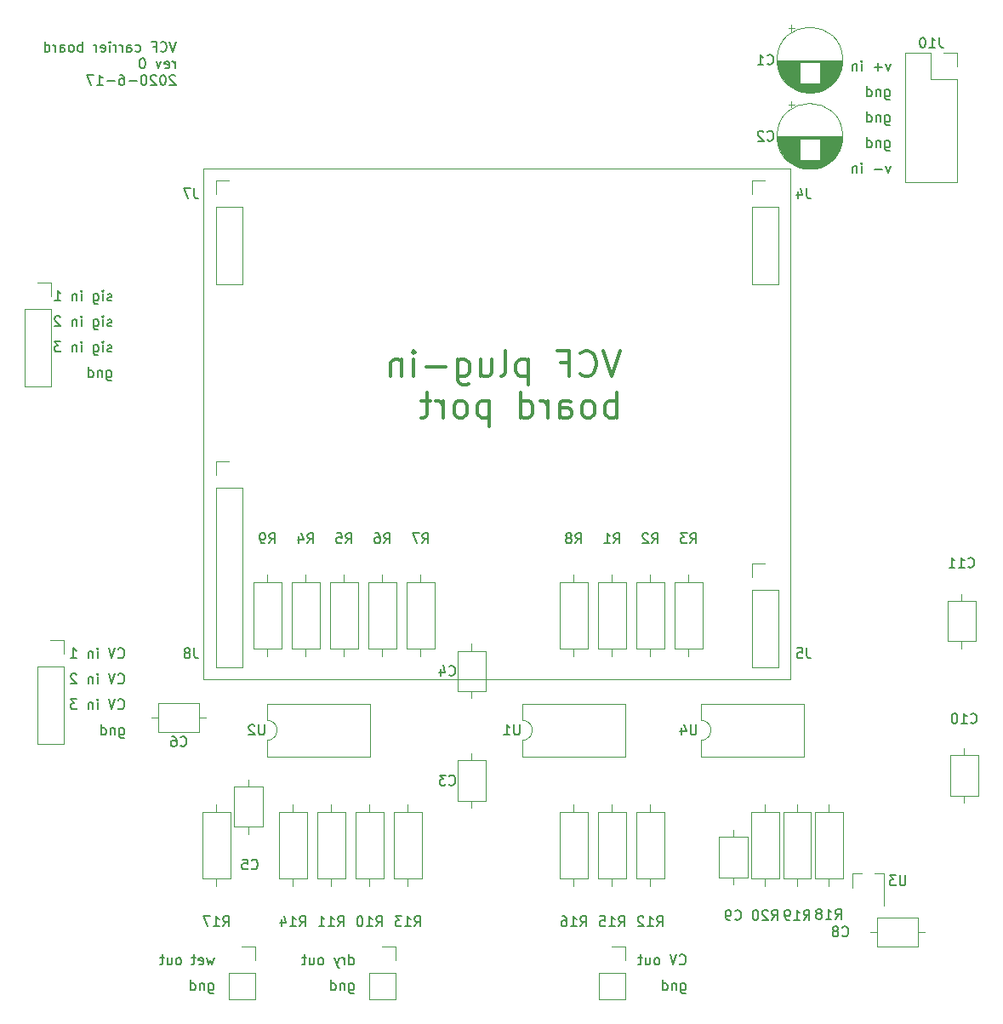
<source format=gbr>
G04 #@! TF.GenerationSoftware,KiCad,Pcbnew,5.1.6-c6e7f7d~86~ubuntu18.04.1*
G04 #@! TF.CreationDate,2020-06-20T09:53:32-04:00*
G04 #@! TF.ProjectId,filter_carrier_board,66696c74-6572-45f6-9361-72726965725f,rev?*
G04 #@! TF.SameCoordinates,Original*
G04 #@! TF.FileFunction,Legend,Bot*
G04 #@! TF.FilePolarity,Positive*
%FSLAX46Y46*%
G04 Gerber Fmt 4.6, Leading zero omitted, Abs format (unit mm)*
G04 Created by KiCad (PCBNEW 5.1.6-c6e7f7d~86~ubuntu18.04.1) date 2020-06-20 09:53:32*
%MOMM*%
%LPD*%
G01*
G04 APERTURE LIST*
%ADD10C,0.304800*%
%ADD11C,0.150000*%
%ADD12C,0.120000*%
G04 APERTURE END LIST*
D10*
X163389975Y-84181647D02*
X162543308Y-86721647D01*
X161696641Y-84181647D01*
X159398546Y-86479742D02*
X159519499Y-86600695D01*
X159882356Y-86721647D01*
X160124260Y-86721647D01*
X160487118Y-86600695D01*
X160729022Y-86358790D01*
X160849975Y-86116885D01*
X160970927Y-85633076D01*
X160970927Y-85270219D01*
X160849975Y-84786409D01*
X160729022Y-84544504D01*
X160487118Y-84302600D01*
X160124260Y-84181647D01*
X159882356Y-84181647D01*
X159519499Y-84302600D01*
X159398546Y-84423552D01*
X157463308Y-85391171D02*
X158309975Y-85391171D01*
X158309975Y-86721647D02*
X158309975Y-84181647D01*
X157100451Y-84181647D01*
X154197594Y-85028314D02*
X154197594Y-87568314D01*
X154197594Y-85149266D02*
X153955689Y-85028314D01*
X153471879Y-85028314D01*
X153229975Y-85149266D01*
X153109022Y-85270219D01*
X152988070Y-85512123D01*
X152988070Y-86237838D01*
X153109022Y-86479742D01*
X153229975Y-86600695D01*
X153471879Y-86721647D01*
X153955689Y-86721647D01*
X154197594Y-86600695D01*
X151536641Y-86721647D02*
X151778546Y-86600695D01*
X151899499Y-86358790D01*
X151899499Y-84181647D01*
X149480451Y-85028314D02*
X149480451Y-86721647D01*
X150569022Y-85028314D02*
X150569022Y-86358790D01*
X150448070Y-86600695D01*
X150206165Y-86721647D01*
X149843308Y-86721647D01*
X149601403Y-86600695D01*
X149480451Y-86479742D01*
X147182356Y-85028314D02*
X147182356Y-87084504D01*
X147303308Y-87326409D01*
X147424260Y-87447361D01*
X147666165Y-87568314D01*
X148029022Y-87568314D01*
X148270927Y-87447361D01*
X147182356Y-86600695D02*
X147424260Y-86721647D01*
X147908070Y-86721647D01*
X148149975Y-86600695D01*
X148270927Y-86479742D01*
X148391879Y-86237838D01*
X148391879Y-85512123D01*
X148270927Y-85270219D01*
X148149975Y-85149266D01*
X147908070Y-85028314D01*
X147424260Y-85028314D01*
X147182356Y-85149266D01*
X145972832Y-85754028D02*
X144037594Y-85754028D01*
X142828070Y-86721647D02*
X142828070Y-85028314D01*
X142828070Y-84181647D02*
X142949022Y-84302600D01*
X142828070Y-84423552D01*
X142707118Y-84302600D01*
X142828070Y-84181647D01*
X142828070Y-84423552D01*
X141618546Y-85028314D02*
X141618546Y-86721647D01*
X141618546Y-85270219D02*
X141497594Y-85149266D01*
X141255689Y-85028314D01*
X140892832Y-85028314D01*
X140650927Y-85149266D01*
X140529975Y-85391171D01*
X140529975Y-86721647D01*
X163027118Y-90836447D02*
X163027118Y-88296447D01*
X163027118Y-89264066D02*
X162785213Y-89143114D01*
X162301403Y-89143114D01*
X162059499Y-89264066D01*
X161938546Y-89385019D01*
X161817594Y-89626923D01*
X161817594Y-90352638D01*
X161938546Y-90594542D01*
X162059499Y-90715495D01*
X162301403Y-90836447D01*
X162785213Y-90836447D01*
X163027118Y-90715495D01*
X160366165Y-90836447D02*
X160608070Y-90715495D01*
X160729022Y-90594542D01*
X160849975Y-90352638D01*
X160849975Y-89626923D01*
X160729022Y-89385019D01*
X160608070Y-89264066D01*
X160366165Y-89143114D01*
X160003308Y-89143114D01*
X159761403Y-89264066D01*
X159640451Y-89385019D01*
X159519499Y-89626923D01*
X159519499Y-90352638D01*
X159640451Y-90594542D01*
X159761403Y-90715495D01*
X160003308Y-90836447D01*
X160366165Y-90836447D01*
X157342356Y-90836447D02*
X157342356Y-89505971D01*
X157463308Y-89264066D01*
X157705213Y-89143114D01*
X158189022Y-89143114D01*
X158430927Y-89264066D01*
X157342356Y-90715495D02*
X157584260Y-90836447D01*
X158189022Y-90836447D01*
X158430927Y-90715495D01*
X158551880Y-90473590D01*
X158551880Y-90231685D01*
X158430927Y-89989780D01*
X158189022Y-89868828D01*
X157584260Y-89868828D01*
X157342356Y-89747876D01*
X156132832Y-90836447D02*
X156132832Y-89143114D01*
X156132832Y-89626923D02*
X156011880Y-89385019D01*
X155890927Y-89264066D01*
X155649022Y-89143114D01*
X155407118Y-89143114D01*
X153471880Y-90836447D02*
X153471880Y-88296447D01*
X153471880Y-90715495D02*
X153713784Y-90836447D01*
X154197594Y-90836447D01*
X154439499Y-90715495D01*
X154560451Y-90594542D01*
X154681403Y-90352638D01*
X154681403Y-89626923D01*
X154560451Y-89385019D01*
X154439499Y-89264066D01*
X154197594Y-89143114D01*
X153713784Y-89143114D01*
X153471880Y-89264066D01*
X150327118Y-89143114D02*
X150327118Y-91683114D01*
X150327118Y-89264066D02*
X150085213Y-89143114D01*
X149601403Y-89143114D01*
X149359499Y-89264066D01*
X149238546Y-89385019D01*
X149117594Y-89626923D01*
X149117594Y-90352638D01*
X149238546Y-90594542D01*
X149359499Y-90715495D01*
X149601403Y-90836447D01*
X150085213Y-90836447D01*
X150327118Y-90715495D01*
X147666165Y-90836447D02*
X147908070Y-90715495D01*
X148029022Y-90594542D01*
X148149975Y-90352638D01*
X148149975Y-89626923D01*
X148029022Y-89385019D01*
X147908070Y-89264066D01*
X147666165Y-89143114D01*
X147303308Y-89143114D01*
X147061403Y-89264066D01*
X146940451Y-89385019D01*
X146819499Y-89626923D01*
X146819499Y-90352638D01*
X146940451Y-90594542D01*
X147061403Y-90715495D01*
X147303308Y-90836447D01*
X147666165Y-90836447D01*
X145730927Y-90836447D02*
X145730927Y-89143114D01*
X145730927Y-89626923D02*
X145609975Y-89385019D01*
X145489022Y-89264066D01*
X145247118Y-89143114D01*
X145005213Y-89143114D01*
X144521403Y-89143114D02*
X143553784Y-89143114D01*
X144158546Y-88296447D02*
X144158546Y-90473590D01*
X144037594Y-90715495D01*
X143795689Y-90836447D01*
X143553784Y-90836447D01*
D11*
X119187261Y-53428380D02*
X118853928Y-54428380D01*
X118520595Y-53428380D01*
X117615833Y-54333142D02*
X117663452Y-54380761D01*
X117806309Y-54428380D01*
X117901547Y-54428380D01*
X118044404Y-54380761D01*
X118139642Y-54285523D01*
X118187261Y-54190285D01*
X118234880Y-53999809D01*
X118234880Y-53856952D01*
X118187261Y-53666476D01*
X118139642Y-53571238D01*
X118044404Y-53476000D01*
X117901547Y-53428380D01*
X117806309Y-53428380D01*
X117663452Y-53476000D01*
X117615833Y-53523619D01*
X116853928Y-53904571D02*
X117187261Y-53904571D01*
X117187261Y-54428380D02*
X117187261Y-53428380D01*
X116711071Y-53428380D01*
X115139642Y-54380761D02*
X115234880Y-54428380D01*
X115425357Y-54428380D01*
X115520595Y-54380761D01*
X115568214Y-54333142D01*
X115615833Y-54237904D01*
X115615833Y-53952190D01*
X115568214Y-53856952D01*
X115520595Y-53809333D01*
X115425357Y-53761714D01*
X115234880Y-53761714D01*
X115139642Y-53809333D01*
X114282500Y-54428380D02*
X114282500Y-53904571D01*
X114330119Y-53809333D01*
X114425357Y-53761714D01*
X114615833Y-53761714D01*
X114711071Y-53809333D01*
X114282500Y-54380761D02*
X114377738Y-54428380D01*
X114615833Y-54428380D01*
X114711071Y-54380761D01*
X114758690Y-54285523D01*
X114758690Y-54190285D01*
X114711071Y-54095047D01*
X114615833Y-54047428D01*
X114377738Y-54047428D01*
X114282500Y-53999809D01*
X113806309Y-54428380D02*
X113806309Y-53761714D01*
X113806309Y-53952190D02*
X113758690Y-53856952D01*
X113711071Y-53809333D01*
X113615833Y-53761714D01*
X113520595Y-53761714D01*
X113187261Y-54428380D02*
X113187261Y-53761714D01*
X113187261Y-53952190D02*
X113139642Y-53856952D01*
X113092023Y-53809333D01*
X112996785Y-53761714D01*
X112901547Y-53761714D01*
X112568214Y-54428380D02*
X112568214Y-53761714D01*
X112568214Y-53428380D02*
X112615833Y-53476000D01*
X112568214Y-53523619D01*
X112520595Y-53476000D01*
X112568214Y-53428380D01*
X112568214Y-53523619D01*
X111711071Y-54380761D02*
X111806309Y-54428380D01*
X111996785Y-54428380D01*
X112092023Y-54380761D01*
X112139642Y-54285523D01*
X112139642Y-53904571D01*
X112092023Y-53809333D01*
X111996785Y-53761714D01*
X111806309Y-53761714D01*
X111711071Y-53809333D01*
X111663452Y-53904571D01*
X111663452Y-53999809D01*
X112139642Y-54095047D01*
X111234880Y-54428380D02*
X111234880Y-53761714D01*
X111234880Y-53952190D02*
X111187261Y-53856952D01*
X111139642Y-53809333D01*
X111044404Y-53761714D01*
X110949166Y-53761714D01*
X109853928Y-54428380D02*
X109853928Y-53428380D01*
X109853928Y-53809333D02*
X109758690Y-53761714D01*
X109568214Y-53761714D01*
X109472976Y-53809333D01*
X109425357Y-53856952D01*
X109377738Y-53952190D01*
X109377738Y-54237904D01*
X109425357Y-54333142D01*
X109472976Y-54380761D01*
X109568214Y-54428380D01*
X109758690Y-54428380D01*
X109853928Y-54380761D01*
X108806309Y-54428380D02*
X108901547Y-54380761D01*
X108949166Y-54333142D01*
X108996785Y-54237904D01*
X108996785Y-53952190D01*
X108949166Y-53856952D01*
X108901547Y-53809333D01*
X108806309Y-53761714D01*
X108663452Y-53761714D01*
X108568214Y-53809333D01*
X108520595Y-53856952D01*
X108472976Y-53952190D01*
X108472976Y-54237904D01*
X108520595Y-54333142D01*
X108568214Y-54380761D01*
X108663452Y-54428380D01*
X108806309Y-54428380D01*
X107615833Y-54428380D02*
X107615833Y-53904571D01*
X107663452Y-53809333D01*
X107758690Y-53761714D01*
X107949166Y-53761714D01*
X108044404Y-53809333D01*
X107615833Y-54380761D02*
X107711071Y-54428380D01*
X107949166Y-54428380D01*
X108044404Y-54380761D01*
X108092023Y-54285523D01*
X108092023Y-54190285D01*
X108044404Y-54095047D01*
X107949166Y-54047428D01*
X107711071Y-54047428D01*
X107615833Y-53999809D01*
X107139642Y-54428380D02*
X107139642Y-53761714D01*
X107139642Y-53952190D02*
X107092023Y-53856952D01*
X107044404Y-53809333D01*
X106949166Y-53761714D01*
X106853928Y-53761714D01*
X106092023Y-54428380D02*
X106092023Y-53428380D01*
X106092023Y-54380761D02*
X106187261Y-54428380D01*
X106377738Y-54428380D01*
X106472976Y-54380761D01*
X106520595Y-54333142D01*
X106568214Y-54237904D01*
X106568214Y-53952190D01*
X106520595Y-53856952D01*
X106472976Y-53809333D01*
X106377738Y-53761714D01*
X106187261Y-53761714D01*
X106092023Y-53809333D01*
X119044404Y-56078380D02*
X119044404Y-55411714D01*
X119044404Y-55602190D02*
X118996785Y-55506952D01*
X118949166Y-55459333D01*
X118853928Y-55411714D01*
X118758690Y-55411714D01*
X118044404Y-56030761D02*
X118139642Y-56078380D01*
X118330119Y-56078380D01*
X118425357Y-56030761D01*
X118472976Y-55935523D01*
X118472976Y-55554571D01*
X118425357Y-55459333D01*
X118330119Y-55411714D01*
X118139642Y-55411714D01*
X118044404Y-55459333D01*
X117996785Y-55554571D01*
X117996785Y-55649809D01*
X118472976Y-55745047D01*
X117663452Y-55411714D02*
X117425357Y-56078380D01*
X117187261Y-55411714D01*
X115853928Y-55078380D02*
X115758690Y-55078380D01*
X115663452Y-55126000D01*
X115615833Y-55173619D01*
X115568214Y-55268857D01*
X115520595Y-55459333D01*
X115520595Y-55697428D01*
X115568214Y-55887904D01*
X115615833Y-55983142D01*
X115663452Y-56030761D01*
X115758690Y-56078380D01*
X115853928Y-56078380D01*
X115949166Y-56030761D01*
X115996785Y-55983142D01*
X116044404Y-55887904D01*
X116092023Y-55697428D01*
X116092023Y-55459333D01*
X116044404Y-55268857D01*
X115996785Y-55173619D01*
X115949166Y-55126000D01*
X115853928Y-55078380D01*
X119092023Y-56823619D02*
X119044404Y-56776000D01*
X118949166Y-56728380D01*
X118711071Y-56728380D01*
X118615833Y-56776000D01*
X118568214Y-56823619D01*
X118520595Y-56918857D01*
X118520595Y-57014095D01*
X118568214Y-57156952D01*
X119139642Y-57728380D01*
X118520595Y-57728380D01*
X117901547Y-56728380D02*
X117806309Y-56728380D01*
X117711071Y-56776000D01*
X117663452Y-56823619D01*
X117615833Y-56918857D01*
X117568214Y-57109333D01*
X117568214Y-57347428D01*
X117615833Y-57537904D01*
X117663452Y-57633142D01*
X117711071Y-57680761D01*
X117806309Y-57728380D01*
X117901547Y-57728380D01*
X117996785Y-57680761D01*
X118044404Y-57633142D01*
X118092023Y-57537904D01*
X118139642Y-57347428D01*
X118139642Y-57109333D01*
X118092023Y-56918857D01*
X118044404Y-56823619D01*
X117996785Y-56776000D01*
X117901547Y-56728380D01*
X117187261Y-56823619D02*
X117139642Y-56776000D01*
X117044404Y-56728380D01*
X116806309Y-56728380D01*
X116711071Y-56776000D01*
X116663452Y-56823619D01*
X116615833Y-56918857D01*
X116615833Y-57014095D01*
X116663452Y-57156952D01*
X117234880Y-57728380D01*
X116615833Y-57728380D01*
X115996785Y-56728380D02*
X115901547Y-56728380D01*
X115806309Y-56776000D01*
X115758690Y-56823619D01*
X115711071Y-56918857D01*
X115663452Y-57109333D01*
X115663452Y-57347428D01*
X115711071Y-57537904D01*
X115758690Y-57633142D01*
X115806309Y-57680761D01*
X115901547Y-57728380D01*
X115996785Y-57728380D01*
X116092023Y-57680761D01*
X116139642Y-57633142D01*
X116187261Y-57537904D01*
X116234880Y-57347428D01*
X116234880Y-57109333D01*
X116187261Y-56918857D01*
X116139642Y-56823619D01*
X116092023Y-56776000D01*
X115996785Y-56728380D01*
X115234880Y-57347428D02*
X114472976Y-57347428D01*
X113568214Y-56728380D02*
X113758690Y-56728380D01*
X113853928Y-56776000D01*
X113901547Y-56823619D01*
X113996785Y-56966476D01*
X114044404Y-57156952D01*
X114044404Y-57537904D01*
X113996785Y-57633142D01*
X113949166Y-57680761D01*
X113853928Y-57728380D01*
X113663452Y-57728380D01*
X113568214Y-57680761D01*
X113520595Y-57633142D01*
X113472976Y-57537904D01*
X113472976Y-57299809D01*
X113520595Y-57204571D01*
X113568214Y-57156952D01*
X113663452Y-57109333D01*
X113853928Y-57109333D01*
X113949166Y-57156952D01*
X113996785Y-57204571D01*
X114044404Y-57299809D01*
X113044404Y-57347428D02*
X112282500Y-57347428D01*
X111282500Y-57728380D02*
X111853928Y-57728380D01*
X111568214Y-57728380D02*
X111568214Y-56728380D01*
X111663452Y-56871238D01*
X111758690Y-56966476D01*
X111853928Y-57014095D01*
X110949166Y-56728380D02*
X110282500Y-56728380D01*
X110711071Y-57728380D01*
X190259642Y-65825714D02*
X190021547Y-66492380D01*
X189783452Y-65825714D01*
X189402500Y-66111428D02*
X188640595Y-66111428D01*
X187402500Y-66492380D02*
X187402500Y-65825714D01*
X187402500Y-65492380D02*
X187450119Y-65540000D01*
X187402500Y-65587619D01*
X187354880Y-65540000D01*
X187402500Y-65492380D01*
X187402500Y-65587619D01*
X186926309Y-65825714D02*
X186926309Y-66492380D01*
X186926309Y-65920952D02*
X186878690Y-65873333D01*
X186783452Y-65825714D01*
X186640595Y-65825714D01*
X186545357Y-65873333D01*
X186497738Y-65968571D01*
X186497738Y-66492380D01*
X189735833Y-63285714D02*
X189735833Y-64095238D01*
X189783452Y-64190476D01*
X189831071Y-64238095D01*
X189926309Y-64285714D01*
X190069166Y-64285714D01*
X190164404Y-64238095D01*
X189735833Y-63904761D02*
X189831071Y-63952380D01*
X190021547Y-63952380D01*
X190116785Y-63904761D01*
X190164404Y-63857142D01*
X190212023Y-63761904D01*
X190212023Y-63476190D01*
X190164404Y-63380952D01*
X190116785Y-63333333D01*
X190021547Y-63285714D01*
X189831071Y-63285714D01*
X189735833Y-63333333D01*
X189259642Y-63285714D02*
X189259642Y-63952380D01*
X189259642Y-63380952D02*
X189212023Y-63333333D01*
X189116785Y-63285714D01*
X188973928Y-63285714D01*
X188878690Y-63333333D01*
X188831071Y-63428571D01*
X188831071Y-63952380D01*
X187926309Y-63952380D02*
X187926309Y-62952380D01*
X187926309Y-63904761D02*
X188021547Y-63952380D01*
X188212023Y-63952380D01*
X188307261Y-63904761D01*
X188354880Y-63857142D01*
X188402500Y-63761904D01*
X188402500Y-63476190D01*
X188354880Y-63380952D01*
X188307261Y-63333333D01*
X188212023Y-63285714D01*
X188021547Y-63285714D01*
X187926309Y-63333333D01*
X189735833Y-60745714D02*
X189735833Y-61555238D01*
X189783452Y-61650476D01*
X189831071Y-61698095D01*
X189926309Y-61745714D01*
X190069166Y-61745714D01*
X190164404Y-61698095D01*
X189735833Y-61364761D02*
X189831071Y-61412380D01*
X190021547Y-61412380D01*
X190116785Y-61364761D01*
X190164404Y-61317142D01*
X190212023Y-61221904D01*
X190212023Y-60936190D01*
X190164404Y-60840952D01*
X190116785Y-60793333D01*
X190021547Y-60745714D01*
X189831071Y-60745714D01*
X189735833Y-60793333D01*
X189259642Y-60745714D02*
X189259642Y-61412380D01*
X189259642Y-60840952D02*
X189212023Y-60793333D01*
X189116785Y-60745714D01*
X188973928Y-60745714D01*
X188878690Y-60793333D01*
X188831071Y-60888571D01*
X188831071Y-61412380D01*
X187926309Y-61412380D02*
X187926309Y-60412380D01*
X187926309Y-61364761D02*
X188021547Y-61412380D01*
X188212023Y-61412380D01*
X188307261Y-61364761D01*
X188354880Y-61317142D01*
X188402500Y-61221904D01*
X188402500Y-60936190D01*
X188354880Y-60840952D01*
X188307261Y-60793333D01*
X188212023Y-60745714D01*
X188021547Y-60745714D01*
X187926309Y-60793333D01*
X189735833Y-58205714D02*
X189735833Y-59015238D01*
X189783452Y-59110476D01*
X189831071Y-59158095D01*
X189926309Y-59205714D01*
X190069166Y-59205714D01*
X190164404Y-59158095D01*
X189735833Y-58824761D02*
X189831071Y-58872380D01*
X190021547Y-58872380D01*
X190116785Y-58824761D01*
X190164404Y-58777142D01*
X190212023Y-58681904D01*
X190212023Y-58396190D01*
X190164404Y-58300952D01*
X190116785Y-58253333D01*
X190021547Y-58205714D01*
X189831071Y-58205714D01*
X189735833Y-58253333D01*
X189259642Y-58205714D02*
X189259642Y-58872380D01*
X189259642Y-58300952D02*
X189212023Y-58253333D01*
X189116785Y-58205714D01*
X188973928Y-58205714D01*
X188878690Y-58253333D01*
X188831071Y-58348571D01*
X188831071Y-58872380D01*
X187926309Y-58872380D02*
X187926309Y-57872380D01*
X187926309Y-58824761D02*
X188021547Y-58872380D01*
X188212023Y-58872380D01*
X188307261Y-58824761D01*
X188354880Y-58777142D01*
X188402500Y-58681904D01*
X188402500Y-58396190D01*
X188354880Y-58300952D01*
X188307261Y-58253333D01*
X188212023Y-58205714D01*
X188021547Y-58205714D01*
X187926309Y-58253333D01*
X190259642Y-55665714D02*
X190021547Y-56332380D01*
X189783452Y-55665714D01*
X189402500Y-55951428D02*
X188640595Y-55951428D01*
X189021547Y-56332380D02*
X189021547Y-55570476D01*
X187402500Y-56332380D02*
X187402500Y-55665714D01*
X187402500Y-55332380D02*
X187450119Y-55380000D01*
X187402500Y-55427619D01*
X187354880Y-55380000D01*
X187402500Y-55332380D01*
X187402500Y-55427619D01*
X186926309Y-55665714D02*
X186926309Y-56332380D01*
X186926309Y-55760952D02*
X186878690Y-55713333D01*
X186783452Y-55665714D01*
X186640595Y-55665714D01*
X186545357Y-55713333D01*
X186497738Y-55808571D01*
X186497738Y-56332380D01*
X113535833Y-121705714D02*
X113535833Y-122515238D01*
X113583452Y-122610476D01*
X113631071Y-122658095D01*
X113726309Y-122705714D01*
X113869166Y-122705714D01*
X113964404Y-122658095D01*
X113535833Y-122324761D02*
X113631071Y-122372380D01*
X113821547Y-122372380D01*
X113916785Y-122324761D01*
X113964404Y-122277142D01*
X114012023Y-122181904D01*
X114012023Y-121896190D01*
X113964404Y-121800952D01*
X113916785Y-121753333D01*
X113821547Y-121705714D01*
X113631071Y-121705714D01*
X113535833Y-121753333D01*
X113059642Y-121705714D02*
X113059642Y-122372380D01*
X113059642Y-121800952D02*
X113012023Y-121753333D01*
X112916785Y-121705714D01*
X112773928Y-121705714D01*
X112678690Y-121753333D01*
X112631071Y-121848571D01*
X112631071Y-122372380D01*
X111726309Y-122372380D02*
X111726309Y-121372380D01*
X111726309Y-122324761D02*
X111821547Y-122372380D01*
X112012023Y-122372380D01*
X112107261Y-122324761D01*
X112154880Y-122277142D01*
X112202500Y-122181904D01*
X112202500Y-121896190D01*
X112154880Y-121800952D01*
X112107261Y-121753333D01*
X112012023Y-121705714D01*
X111821547Y-121705714D01*
X111726309Y-121753333D01*
X113392976Y-119737142D02*
X113440595Y-119784761D01*
X113583452Y-119832380D01*
X113678690Y-119832380D01*
X113821547Y-119784761D01*
X113916785Y-119689523D01*
X113964404Y-119594285D01*
X114012023Y-119403809D01*
X114012023Y-119260952D01*
X113964404Y-119070476D01*
X113916785Y-118975238D01*
X113821547Y-118880000D01*
X113678690Y-118832380D01*
X113583452Y-118832380D01*
X113440595Y-118880000D01*
X113392976Y-118927619D01*
X113107261Y-118832380D02*
X112773928Y-119832380D01*
X112440595Y-118832380D01*
X111345357Y-119832380D02*
X111345357Y-119165714D01*
X111345357Y-118832380D02*
X111392976Y-118880000D01*
X111345357Y-118927619D01*
X111297738Y-118880000D01*
X111345357Y-118832380D01*
X111345357Y-118927619D01*
X110869166Y-119165714D02*
X110869166Y-119832380D01*
X110869166Y-119260952D02*
X110821547Y-119213333D01*
X110726309Y-119165714D01*
X110583452Y-119165714D01*
X110488214Y-119213333D01*
X110440595Y-119308571D01*
X110440595Y-119832380D01*
X109297738Y-118832380D02*
X108678690Y-118832380D01*
X109012023Y-119213333D01*
X108869166Y-119213333D01*
X108773928Y-119260952D01*
X108726309Y-119308571D01*
X108678690Y-119403809D01*
X108678690Y-119641904D01*
X108726309Y-119737142D01*
X108773928Y-119784761D01*
X108869166Y-119832380D01*
X109154880Y-119832380D01*
X109250119Y-119784761D01*
X109297738Y-119737142D01*
X113392976Y-117197142D02*
X113440595Y-117244761D01*
X113583452Y-117292380D01*
X113678690Y-117292380D01*
X113821547Y-117244761D01*
X113916785Y-117149523D01*
X113964404Y-117054285D01*
X114012023Y-116863809D01*
X114012023Y-116720952D01*
X113964404Y-116530476D01*
X113916785Y-116435238D01*
X113821547Y-116340000D01*
X113678690Y-116292380D01*
X113583452Y-116292380D01*
X113440595Y-116340000D01*
X113392976Y-116387619D01*
X113107261Y-116292380D02*
X112773928Y-117292380D01*
X112440595Y-116292380D01*
X111345357Y-117292380D02*
X111345357Y-116625714D01*
X111345357Y-116292380D02*
X111392976Y-116340000D01*
X111345357Y-116387619D01*
X111297738Y-116340000D01*
X111345357Y-116292380D01*
X111345357Y-116387619D01*
X110869166Y-116625714D02*
X110869166Y-117292380D01*
X110869166Y-116720952D02*
X110821547Y-116673333D01*
X110726309Y-116625714D01*
X110583452Y-116625714D01*
X110488214Y-116673333D01*
X110440595Y-116768571D01*
X110440595Y-117292380D01*
X109250119Y-116387619D02*
X109202500Y-116340000D01*
X109107261Y-116292380D01*
X108869166Y-116292380D01*
X108773928Y-116340000D01*
X108726309Y-116387619D01*
X108678690Y-116482857D01*
X108678690Y-116578095D01*
X108726309Y-116720952D01*
X109297738Y-117292380D01*
X108678690Y-117292380D01*
X113392976Y-114657142D02*
X113440595Y-114704761D01*
X113583452Y-114752380D01*
X113678690Y-114752380D01*
X113821547Y-114704761D01*
X113916785Y-114609523D01*
X113964404Y-114514285D01*
X114012023Y-114323809D01*
X114012023Y-114180952D01*
X113964404Y-113990476D01*
X113916785Y-113895238D01*
X113821547Y-113800000D01*
X113678690Y-113752380D01*
X113583452Y-113752380D01*
X113440595Y-113800000D01*
X113392976Y-113847619D01*
X113107261Y-113752380D02*
X112773928Y-114752380D01*
X112440595Y-113752380D01*
X111345357Y-114752380D02*
X111345357Y-114085714D01*
X111345357Y-113752380D02*
X111392976Y-113800000D01*
X111345357Y-113847619D01*
X111297738Y-113800000D01*
X111345357Y-113752380D01*
X111345357Y-113847619D01*
X110869166Y-114085714D02*
X110869166Y-114752380D01*
X110869166Y-114180952D02*
X110821547Y-114133333D01*
X110726309Y-114085714D01*
X110583452Y-114085714D01*
X110488214Y-114133333D01*
X110440595Y-114228571D01*
X110440595Y-114752380D01*
X108678690Y-114752380D02*
X109250119Y-114752380D01*
X108964404Y-114752380D02*
X108964404Y-113752380D01*
X109059642Y-113895238D01*
X109154880Y-113990476D01*
X109250119Y-114038095D01*
X112265833Y-86145714D02*
X112265833Y-86955238D01*
X112313452Y-87050476D01*
X112361071Y-87098095D01*
X112456309Y-87145714D01*
X112599166Y-87145714D01*
X112694404Y-87098095D01*
X112265833Y-86764761D02*
X112361071Y-86812380D01*
X112551547Y-86812380D01*
X112646785Y-86764761D01*
X112694404Y-86717142D01*
X112742023Y-86621904D01*
X112742023Y-86336190D01*
X112694404Y-86240952D01*
X112646785Y-86193333D01*
X112551547Y-86145714D01*
X112361071Y-86145714D01*
X112265833Y-86193333D01*
X111789642Y-86145714D02*
X111789642Y-86812380D01*
X111789642Y-86240952D02*
X111742023Y-86193333D01*
X111646785Y-86145714D01*
X111503928Y-86145714D01*
X111408690Y-86193333D01*
X111361071Y-86288571D01*
X111361071Y-86812380D01*
X110456309Y-86812380D02*
X110456309Y-85812380D01*
X110456309Y-86764761D02*
X110551547Y-86812380D01*
X110742023Y-86812380D01*
X110837261Y-86764761D01*
X110884880Y-86717142D01*
X110932500Y-86621904D01*
X110932500Y-86336190D01*
X110884880Y-86240952D01*
X110837261Y-86193333D01*
X110742023Y-86145714D01*
X110551547Y-86145714D01*
X110456309Y-86193333D01*
X112742023Y-84224761D02*
X112646785Y-84272380D01*
X112456309Y-84272380D01*
X112361071Y-84224761D01*
X112313452Y-84129523D01*
X112313452Y-84081904D01*
X112361071Y-83986666D01*
X112456309Y-83939047D01*
X112599166Y-83939047D01*
X112694404Y-83891428D01*
X112742023Y-83796190D01*
X112742023Y-83748571D01*
X112694404Y-83653333D01*
X112599166Y-83605714D01*
X112456309Y-83605714D01*
X112361071Y-83653333D01*
X111884880Y-84272380D02*
X111884880Y-83605714D01*
X111884880Y-83272380D02*
X111932500Y-83320000D01*
X111884880Y-83367619D01*
X111837261Y-83320000D01*
X111884880Y-83272380D01*
X111884880Y-83367619D01*
X110980119Y-83605714D02*
X110980119Y-84415238D01*
X111027738Y-84510476D01*
X111075357Y-84558095D01*
X111170595Y-84605714D01*
X111313452Y-84605714D01*
X111408690Y-84558095D01*
X110980119Y-84224761D02*
X111075357Y-84272380D01*
X111265833Y-84272380D01*
X111361071Y-84224761D01*
X111408690Y-84177142D01*
X111456309Y-84081904D01*
X111456309Y-83796190D01*
X111408690Y-83700952D01*
X111361071Y-83653333D01*
X111265833Y-83605714D01*
X111075357Y-83605714D01*
X110980119Y-83653333D01*
X109742023Y-84272380D02*
X109742023Y-83605714D01*
X109742023Y-83272380D02*
X109789642Y-83320000D01*
X109742023Y-83367619D01*
X109694404Y-83320000D01*
X109742023Y-83272380D01*
X109742023Y-83367619D01*
X109265833Y-83605714D02*
X109265833Y-84272380D01*
X109265833Y-83700952D02*
X109218214Y-83653333D01*
X109122976Y-83605714D01*
X108980119Y-83605714D01*
X108884880Y-83653333D01*
X108837261Y-83748571D01*
X108837261Y-84272380D01*
X107694404Y-83272380D02*
X107075357Y-83272380D01*
X107408690Y-83653333D01*
X107265833Y-83653333D01*
X107170595Y-83700952D01*
X107122976Y-83748571D01*
X107075357Y-83843809D01*
X107075357Y-84081904D01*
X107122976Y-84177142D01*
X107170595Y-84224761D01*
X107265833Y-84272380D01*
X107551547Y-84272380D01*
X107646785Y-84224761D01*
X107694404Y-84177142D01*
X112742023Y-81684761D02*
X112646785Y-81732380D01*
X112456309Y-81732380D01*
X112361071Y-81684761D01*
X112313452Y-81589523D01*
X112313452Y-81541904D01*
X112361071Y-81446666D01*
X112456309Y-81399047D01*
X112599166Y-81399047D01*
X112694404Y-81351428D01*
X112742023Y-81256190D01*
X112742023Y-81208571D01*
X112694404Y-81113333D01*
X112599166Y-81065714D01*
X112456309Y-81065714D01*
X112361071Y-81113333D01*
X111884880Y-81732380D02*
X111884880Y-81065714D01*
X111884880Y-80732380D02*
X111932500Y-80780000D01*
X111884880Y-80827619D01*
X111837261Y-80780000D01*
X111884880Y-80732380D01*
X111884880Y-80827619D01*
X110980119Y-81065714D02*
X110980119Y-81875238D01*
X111027738Y-81970476D01*
X111075357Y-82018095D01*
X111170595Y-82065714D01*
X111313452Y-82065714D01*
X111408690Y-82018095D01*
X110980119Y-81684761D02*
X111075357Y-81732380D01*
X111265833Y-81732380D01*
X111361071Y-81684761D01*
X111408690Y-81637142D01*
X111456309Y-81541904D01*
X111456309Y-81256190D01*
X111408690Y-81160952D01*
X111361071Y-81113333D01*
X111265833Y-81065714D01*
X111075357Y-81065714D01*
X110980119Y-81113333D01*
X109742023Y-81732380D02*
X109742023Y-81065714D01*
X109742023Y-80732380D02*
X109789642Y-80780000D01*
X109742023Y-80827619D01*
X109694404Y-80780000D01*
X109742023Y-80732380D01*
X109742023Y-80827619D01*
X109265833Y-81065714D02*
X109265833Y-81732380D01*
X109265833Y-81160952D02*
X109218214Y-81113333D01*
X109122976Y-81065714D01*
X108980119Y-81065714D01*
X108884880Y-81113333D01*
X108837261Y-81208571D01*
X108837261Y-81732380D01*
X107646785Y-80827619D02*
X107599166Y-80780000D01*
X107503928Y-80732380D01*
X107265833Y-80732380D01*
X107170595Y-80780000D01*
X107122976Y-80827619D01*
X107075357Y-80922857D01*
X107075357Y-81018095D01*
X107122976Y-81160952D01*
X107694404Y-81732380D01*
X107075357Y-81732380D01*
X112742023Y-79144761D02*
X112646785Y-79192380D01*
X112456309Y-79192380D01*
X112361071Y-79144761D01*
X112313452Y-79049523D01*
X112313452Y-79001904D01*
X112361071Y-78906666D01*
X112456309Y-78859047D01*
X112599166Y-78859047D01*
X112694404Y-78811428D01*
X112742023Y-78716190D01*
X112742023Y-78668571D01*
X112694404Y-78573333D01*
X112599166Y-78525714D01*
X112456309Y-78525714D01*
X112361071Y-78573333D01*
X111884880Y-79192380D02*
X111884880Y-78525714D01*
X111884880Y-78192380D02*
X111932500Y-78240000D01*
X111884880Y-78287619D01*
X111837261Y-78240000D01*
X111884880Y-78192380D01*
X111884880Y-78287619D01*
X110980119Y-78525714D02*
X110980119Y-79335238D01*
X111027738Y-79430476D01*
X111075357Y-79478095D01*
X111170595Y-79525714D01*
X111313452Y-79525714D01*
X111408690Y-79478095D01*
X110980119Y-79144761D02*
X111075357Y-79192380D01*
X111265833Y-79192380D01*
X111361071Y-79144761D01*
X111408690Y-79097142D01*
X111456309Y-79001904D01*
X111456309Y-78716190D01*
X111408690Y-78620952D01*
X111361071Y-78573333D01*
X111265833Y-78525714D01*
X111075357Y-78525714D01*
X110980119Y-78573333D01*
X109742023Y-79192380D02*
X109742023Y-78525714D01*
X109742023Y-78192380D02*
X109789642Y-78240000D01*
X109742023Y-78287619D01*
X109694404Y-78240000D01*
X109742023Y-78192380D01*
X109742023Y-78287619D01*
X109265833Y-78525714D02*
X109265833Y-79192380D01*
X109265833Y-78620952D02*
X109218214Y-78573333D01*
X109122976Y-78525714D01*
X108980119Y-78525714D01*
X108884880Y-78573333D01*
X108837261Y-78668571D01*
X108837261Y-79192380D01*
X107075357Y-79192380D02*
X107646785Y-79192380D01*
X107361071Y-79192380D02*
X107361071Y-78192380D01*
X107456309Y-78335238D01*
X107551547Y-78430476D01*
X107646785Y-78478095D01*
X122425833Y-147105714D02*
X122425833Y-147915238D01*
X122473452Y-148010476D01*
X122521071Y-148058095D01*
X122616309Y-148105714D01*
X122759166Y-148105714D01*
X122854404Y-148058095D01*
X122425833Y-147724761D02*
X122521071Y-147772380D01*
X122711547Y-147772380D01*
X122806785Y-147724761D01*
X122854404Y-147677142D01*
X122902023Y-147581904D01*
X122902023Y-147296190D01*
X122854404Y-147200952D01*
X122806785Y-147153333D01*
X122711547Y-147105714D01*
X122521071Y-147105714D01*
X122425833Y-147153333D01*
X121949642Y-147105714D02*
X121949642Y-147772380D01*
X121949642Y-147200952D02*
X121902023Y-147153333D01*
X121806785Y-147105714D01*
X121663928Y-147105714D01*
X121568690Y-147153333D01*
X121521071Y-147248571D01*
X121521071Y-147772380D01*
X120616309Y-147772380D02*
X120616309Y-146772380D01*
X120616309Y-147724761D02*
X120711547Y-147772380D01*
X120902023Y-147772380D01*
X120997261Y-147724761D01*
X121044880Y-147677142D01*
X121092500Y-147581904D01*
X121092500Y-147296190D01*
X121044880Y-147200952D01*
X120997261Y-147153333D01*
X120902023Y-147105714D01*
X120711547Y-147105714D01*
X120616309Y-147153333D01*
X122949642Y-144565714D02*
X122759166Y-145232380D01*
X122568690Y-144756190D01*
X122378214Y-145232380D01*
X122187738Y-144565714D01*
X121425833Y-145184761D02*
X121521071Y-145232380D01*
X121711547Y-145232380D01*
X121806785Y-145184761D01*
X121854404Y-145089523D01*
X121854404Y-144708571D01*
X121806785Y-144613333D01*
X121711547Y-144565714D01*
X121521071Y-144565714D01*
X121425833Y-144613333D01*
X121378214Y-144708571D01*
X121378214Y-144803809D01*
X121854404Y-144899047D01*
X121092500Y-144565714D02*
X120711547Y-144565714D01*
X120949642Y-144232380D02*
X120949642Y-145089523D01*
X120902023Y-145184761D01*
X120806785Y-145232380D01*
X120711547Y-145232380D01*
X119473452Y-145232380D02*
X119568690Y-145184761D01*
X119616309Y-145137142D01*
X119663928Y-145041904D01*
X119663928Y-144756190D01*
X119616309Y-144660952D01*
X119568690Y-144613333D01*
X119473452Y-144565714D01*
X119330595Y-144565714D01*
X119235357Y-144613333D01*
X119187738Y-144660952D01*
X119140119Y-144756190D01*
X119140119Y-145041904D01*
X119187738Y-145137142D01*
X119235357Y-145184761D01*
X119330595Y-145232380D01*
X119473452Y-145232380D01*
X118282976Y-144565714D02*
X118282976Y-145232380D01*
X118711547Y-144565714D02*
X118711547Y-145089523D01*
X118663928Y-145184761D01*
X118568690Y-145232380D01*
X118425833Y-145232380D01*
X118330595Y-145184761D01*
X118282976Y-145137142D01*
X117949642Y-144565714D02*
X117568690Y-144565714D01*
X117806785Y-144232380D02*
X117806785Y-145089523D01*
X117759166Y-145184761D01*
X117663928Y-145232380D01*
X117568690Y-145232380D01*
X136395833Y-147105714D02*
X136395833Y-147915238D01*
X136443452Y-148010476D01*
X136491071Y-148058095D01*
X136586309Y-148105714D01*
X136729166Y-148105714D01*
X136824404Y-148058095D01*
X136395833Y-147724761D02*
X136491071Y-147772380D01*
X136681547Y-147772380D01*
X136776785Y-147724761D01*
X136824404Y-147677142D01*
X136872023Y-147581904D01*
X136872023Y-147296190D01*
X136824404Y-147200952D01*
X136776785Y-147153333D01*
X136681547Y-147105714D01*
X136491071Y-147105714D01*
X136395833Y-147153333D01*
X135919642Y-147105714D02*
X135919642Y-147772380D01*
X135919642Y-147200952D02*
X135872023Y-147153333D01*
X135776785Y-147105714D01*
X135633928Y-147105714D01*
X135538690Y-147153333D01*
X135491071Y-147248571D01*
X135491071Y-147772380D01*
X134586309Y-147772380D02*
X134586309Y-146772380D01*
X134586309Y-147724761D02*
X134681547Y-147772380D01*
X134872023Y-147772380D01*
X134967261Y-147724761D01*
X135014880Y-147677142D01*
X135062500Y-147581904D01*
X135062500Y-147296190D01*
X135014880Y-147200952D01*
X134967261Y-147153333D01*
X134872023Y-147105714D01*
X134681547Y-147105714D01*
X134586309Y-147153333D01*
X136395833Y-145232380D02*
X136395833Y-144232380D01*
X136395833Y-145184761D02*
X136491071Y-145232380D01*
X136681547Y-145232380D01*
X136776785Y-145184761D01*
X136824404Y-145137142D01*
X136872023Y-145041904D01*
X136872023Y-144756190D01*
X136824404Y-144660952D01*
X136776785Y-144613333D01*
X136681547Y-144565714D01*
X136491071Y-144565714D01*
X136395833Y-144613333D01*
X135919642Y-145232380D02*
X135919642Y-144565714D01*
X135919642Y-144756190D02*
X135872023Y-144660952D01*
X135824404Y-144613333D01*
X135729166Y-144565714D01*
X135633928Y-144565714D01*
X135395833Y-144565714D02*
X135157738Y-145232380D01*
X134919642Y-144565714D02*
X135157738Y-145232380D01*
X135252976Y-145470476D01*
X135300595Y-145518095D01*
X135395833Y-145565714D01*
X133633928Y-145232380D02*
X133729166Y-145184761D01*
X133776785Y-145137142D01*
X133824404Y-145041904D01*
X133824404Y-144756190D01*
X133776785Y-144660952D01*
X133729166Y-144613333D01*
X133633928Y-144565714D01*
X133491071Y-144565714D01*
X133395833Y-144613333D01*
X133348214Y-144660952D01*
X133300595Y-144756190D01*
X133300595Y-145041904D01*
X133348214Y-145137142D01*
X133395833Y-145184761D01*
X133491071Y-145232380D01*
X133633928Y-145232380D01*
X132443452Y-144565714D02*
X132443452Y-145232380D01*
X132872023Y-144565714D02*
X132872023Y-145089523D01*
X132824404Y-145184761D01*
X132729166Y-145232380D01*
X132586309Y-145232380D01*
X132491071Y-145184761D01*
X132443452Y-145137142D01*
X132110119Y-144565714D02*
X131729166Y-144565714D01*
X131967261Y-144232380D02*
X131967261Y-145089523D01*
X131919642Y-145184761D01*
X131824404Y-145232380D01*
X131729166Y-145232380D01*
X169415833Y-147105714D02*
X169415833Y-147915238D01*
X169463452Y-148010476D01*
X169511071Y-148058095D01*
X169606309Y-148105714D01*
X169749166Y-148105714D01*
X169844404Y-148058095D01*
X169415833Y-147724761D02*
X169511071Y-147772380D01*
X169701547Y-147772380D01*
X169796785Y-147724761D01*
X169844404Y-147677142D01*
X169892023Y-147581904D01*
X169892023Y-147296190D01*
X169844404Y-147200952D01*
X169796785Y-147153333D01*
X169701547Y-147105714D01*
X169511071Y-147105714D01*
X169415833Y-147153333D01*
X168939642Y-147105714D02*
X168939642Y-147772380D01*
X168939642Y-147200952D02*
X168892023Y-147153333D01*
X168796785Y-147105714D01*
X168653928Y-147105714D01*
X168558690Y-147153333D01*
X168511071Y-147248571D01*
X168511071Y-147772380D01*
X167606309Y-147772380D02*
X167606309Y-146772380D01*
X167606309Y-147724761D02*
X167701547Y-147772380D01*
X167892023Y-147772380D01*
X167987261Y-147724761D01*
X168034880Y-147677142D01*
X168082500Y-147581904D01*
X168082500Y-147296190D01*
X168034880Y-147200952D01*
X167987261Y-147153333D01*
X167892023Y-147105714D01*
X167701547Y-147105714D01*
X167606309Y-147153333D01*
X169272976Y-145137142D02*
X169320595Y-145184761D01*
X169463452Y-145232380D01*
X169558690Y-145232380D01*
X169701547Y-145184761D01*
X169796785Y-145089523D01*
X169844404Y-144994285D01*
X169892023Y-144803809D01*
X169892023Y-144660952D01*
X169844404Y-144470476D01*
X169796785Y-144375238D01*
X169701547Y-144280000D01*
X169558690Y-144232380D01*
X169463452Y-144232380D01*
X169320595Y-144280000D01*
X169272976Y-144327619D01*
X168987261Y-144232380D02*
X168653928Y-145232380D01*
X168320595Y-144232380D01*
X167082500Y-145232380D02*
X167177738Y-145184761D01*
X167225357Y-145137142D01*
X167272976Y-145041904D01*
X167272976Y-144756190D01*
X167225357Y-144660952D01*
X167177738Y-144613333D01*
X167082500Y-144565714D01*
X166939642Y-144565714D01*
X166844404Y-144613333D01*
X166796785Y-144660952D01*
X166749166Y-144756190D01*
X166749166Y-145041904D01*
X166796785Y-145137142D01*
X166844404Y-145184761D01*
X166939642Y-145232380D01*
X167082500Y-145232380D01*
X165892023Y-144565714D02*
X165892023Y-145232380D01*
X166320595Y-144565714D02*
X166320595Y-145089523D01*
X166272976Y-145184761D01*
X166177738Y-145232380D01*
X166034880Y-145232380D01*
X165939642Y-145184761D01*
X165892023Y-145137142D01*
X165558690Y-144565714D02*
X165177738Y-144565714D01*
X165415833Y-144232380D02*
X165415833Y-145089523D01*
X165368214Y-145184761D01*
X165272976Y-145232380D01*
X165177738Y-145232380D01*
D12*
X180340000Y-66040000D02*
X121920000Y-66040000D01*
X180340000Y-116840000D02*
X180340000Y-66040000D01*
X121920000Y-116840000D02*
X180340000Y-116840000D01*
X121920000Y-66040000D02*
X121920000Y-116840000D01*
X186446000Y-136170000D02*
X187376000Y-136170000D01*
X189606000Y-136170000D02*
X188676000Y-136170000D01*
X189606000Y-136170000D02*
X189606000Y-139330000D01*
X186446000Y-136170000D02*
X186446000Y-137630000D01*
X171390000Y-120920000D02*
X171390000Y-119270000D01*
X171390000Y-119270000D02*
X181670000Y-119270000D01*
X181670000Y-119270000D02*
X181670000Y-124570000D01*
X181670000Y-124570000D02*
X171390000Y-124570000D01*
X171390000Y-124570000D02*
X171390000Y-122920000D01*
X171390000Y-122920000D02*
G75*
G03*
X171390000Y-120920000I0J1000000D01*
G01*
X179170000Y-136620000D02*
X176430000Y-136620000D01*
X176430000Y-136620000D02*
X176430000Y-130080000D01*
X176430000Y-130080000D02*
X179170000Y-130080000D01*
X179170000Y-130080000D02*
X179170000Y-136620000D01*
X177800000Y-137390000D02*
X177800000Y-136620000D01*
X177800000Y-129310000D02*
X177800000Y-130080000D01*
X179605000Y-130080000D02*
X182345000Y-130080000D01*
X182345000Y-130080000D02*
X182345000Y-136620000D01*
X182345000Y-136620000D02*
X179605000Y-136620000D01*
X179605000Y-136620000D02*
X179605000Y-130080000D01*
X180975000Y-129310000D02*
X180975000Y-130080000D01*
X180975000Y-137390000D02*
X180975000Y-136620000D01*
X195938000Y-109038000D02*
X198778000Y-109038000D01*
X198778000Y-109038000D02*
X198778000Y-113078000D01*
X198778000Y-113078000D02*
X195938000Y-113078000D01*
X195938000Y-113078000D02*
X195938000Y-109038000D01*
X197358000Y-108348000D02*
X197358000Y-109038000D01*
X197358000Y-113768000D02*
X197358000Y-113078000D01*
X196192000Y-124412000D02*
X199032000Y-124412000D01*
X199032000Y-124412000D02*
X199032000Y-128452000D01*
X199032000Y-128452000D02*
X196192000Y-128452000D01*
X196192000Y-128452000D02*
X196192000Y-124412000D01*
X197612000Y-123722000D02*
X197612000Y-124412000D01*
X197612000Y-129142000D02*
X197612000Y-128452000D01*
X173205000Y-132540000D02*
X176045000Y-132540000D01*
X176045000Y-132540000D02*
X176045000Y-136580000D01*
X176045000Y-136580000D02*
X173205000Y-136580000D01*
X173205000Y-136580000D02*
X173205000Y-132540000D01*
X174625000Y-131850000D02*
X174625000Y-132540000D01*
X174625000Y-137270000D02*
X174625000Y-136580000D01*
X188928000Y-143406000D02*
X188928000Y-140566000D01*
X188928000Y-140566000D02*
X192968000Y-140566000D01*
X192968000Y-140566000D02*
X192968000Y-143406000D01*
X192968000Y-143406000D02*
X188928000Y-143406000D01*
X188238000Y-141986000D02*
X188928000Y-141986000D01*
X193658000Y-141986000D02*
X192968000Y-141986000D01*
X128210000Y-124570000D02*
X128210000Y-122920000D01*
X138490000Y-124570000D02*
X128210000Y-124570000D01*
X138490000Y-119270000D02*
X138490000Y-124570000D01*
X128210000Y-119270000D02*
X138490000Y-119270000D01*
X128210000Y-120920000D02*
X128210000Y-119270000D01*
X128210000Y-122920000D02*
G75*
G03*
X128210000Y-120920000I0J1000000D01*
G01*
X153610000Y-124570000D02*
X153610000Y-122920000D01*
X163890000Y-124570000D02*
X153610000Y-124570000D01*
X163890000Y-119270000D02*
X163890000Y-124570000D01*
X153610000Y-119270000D02*
X163890000Y-119270000D01*
X153610000Y-120920000D02*
X153610000Y-119270000D01*
X153610000Y-122920000D02*
G75*
G03*
X153610000Y-120920000I0J1000000D01*
G01*
X184150000Y-129310000D02*
X184150000Y-130080000D01*
X184150000Y-137390000D02*
X184150000Y-136620000D01*
X185520000Y-130080000D02*
X185520000Y-136620000D01*
X182780000Y-130080000D02*
X185520000Y-130080000D01*
X182780000Y-136620000D02*
X182780000Y-130080000D01*
X185520000Y-136620000D02*
X182780000Y-136620000D01*
X123190000Y-129310000D02*
X123190000Y-130080000D01*
X123190000Y-137390000D02*
X123190000Y-136620000D01*
X124560000Y-130080000D02*
X124560000Y-136620000D01*
X121820000Y-130080000D02*
X124560000Y-130080000D01*
X121820000Y-136620000D02*
X121820000Y-130080000D01*
X124560000Y-136620000D02*
X121820000Y-136620000D01*
X158750000Y-129310000D02*
X158750000Y-130080000D01*
X158750000Y-137390000D02*
X158750000Y-136620000D01*
X160120000Y-130080000D02*
X160120000Y-136620000D01*
X157380000Y-130080000D02*
X160120000Y-130080000D01*
X157380000Y-136620000D02*
X157380000Y-130080000D01*
X160120000Y-136620000D02*
X157380000Y-136620000D01*
X162560000Y-129310000D02*
X162560000Y-130080000D01*
X162560000Y-137390000D02*
X162560000Y-136620000D01*
X163930000Y-130080000D02*
X163930000Y-136620000D01*
X161190000Y-130080000D02*
X163930000Y-130080000D01*
X161190000Y-136620000D02*
X161190000Y-130080000D01*
X163930000Y-136620000D02*
X161190000Y-136620000D01*
X130810000Y-129310000D02*
X130810000Y-130080000D01*
X130810000Y-137390000D02*
X130810000Y-136620000D01*
X132180000Y-130080000D02*
X132180000Y-136620000D01*
X129440000Y-130080000D02*
X132180000Y-130080000D01*
X129440000Y-136620000D02*
X129440000Y-130080000D01*
X132180000Y-136620000D02*
X129440000Y-136620000D01*
X142240000Y-129310000D02*
X142240000Y-130080000D01*
X142240000Y-137390000D02*
X142240000Y-136620000D01*
X143610000Y-130080000D02*
X143610000Y-136620000D01*
X140870000Y-130080000D02*
X143610000Y-130080000D01*
X140870000Y-136620000D02*
X140870000Y-130080000D01*
X143610000Y-136620000D02*
X140870000Y-136620000D01*
X166370000Y-137390000D02*
X166370000Y-136620000D01*
X166370000Y-129310000D02*
X166370000Y-130080000D01*
X165000000Y-136620000D02*
X165000000Y-130080000D01*
X167740000Y-136620000D02*
X165000000Y-136620000D01*
X167740000Y-130080000D02*
X167740000Y-136620000D01*
X165000000Y-130080000D02*
X167740000Y-130080000D01*
X134620000Y-137390000D02*
X134620000Y-136620000D01*
X134620000Y-129310000D02*
X134620000Y-130080000D01*
X133250000Y-136620000D02*
X133250000Y-130080000D01*
X135990000Y-136620000D02*
X133250000Y-136620000D01*
X135990000Y-130080000D02*
X135990000Y-136620000D01*
X133250000Y-130080000D02*
X135990000Y-130080000D01*
X138430000Y-137390000D02*
X138430000Y-136620000D01*
X138430000Y-129310000D02*
X138430000Y-130080000D01*
X137060000Y-136620000D02*
X137060000Y-130080000D01*
X139800000Y-136620000D02*
X137060000Y-136620000D01*
X139800000Y-130080000D02*
X139800000Y-136620000D01*
X137060000Y-130080000D02*
X139800000Y-130080000D01*
X128270000Y-114530000D02*
X128270000Y-113760000D01*
X128270000Y-106450000D02*
X128270000Y-107220000D01*
X126900000Y-113760000D02*
X126900000Y-107220000D01*
X129640000Y-113760000D02*
X126900000Y-113760000D01*
X129640000Y-107220000D02*
X129640000Y-113760000D01*
X126900000Y-107220000D02*
X129640000Y-107220000D01*
X158750000Y-114530000D02*
X158750000Y-113760000D01*
X158750000Y-106450000D02*
X158750000Y-107220000D01*
X157380000Y-113760000D02*
X157380000Y-107220000D01*
X160120000Y-113760000D02*
X157380000Y-113760000D01*
X160120000Y-107220000D02*
X160120000Y-113760000D01*
X157380000Y-107220000D02*
X160120000Y-107220000D01*
X143510000Y-106450000D02*
X143510000Y-107220000D01*
X143510000Y-114530000D02*
X143510000Y-113760000D01*
X144880000Y-107220000D02*
X144880000Y-113760000D01*
X142140000Y-107220000D02*
X144880000Y-107220000D01*
X142140000Y-113760000D02*
X142140000Y-107220000D01*
X144880000Y-113760000D02*
X142140000Y-113760000D01*
X139700000Y-106450000D02*
X139700000Y-107220000D01*
X139700000Y-114530000D02*
X139700000Y-113760000D01*
X141070000Y-107220000D02*
X141070000Y-113760000D01*
X138330000Y-107220000D02*
X141070000Y-107220000D01*
X138330000Y-113760000D02*
X138330000Y-107220000D01*
X141070000Y-113760000D02*
X138330000Y-113760000D01*
X135890000Y-106450000D02*
X135890000Y-107220000D01*
X135890000Y-114530000D02*
X135890000Y-113760000D01*
X137260000Y-107220000D02*
X137260000Y-113760000D01*
X134520000Y-107220000D02*
X137260000Y-107220000D01*
X134520000Y-113760000D02*
X134520000Y-107220000D01*
X137260000Y-113760000D02*
X134520000Y-113760000D01*
X132080000Y-106450000D02*
X132080000Y-107220000D01*
X132080000Y-114530000D02*
X132080000Y-113760000D01*
X133450000Y-107220000D02*
X133450000Y-113760000D01*
X130710000Y-107220000D02*
X133450000Y-107220000D01*
X130710000Y-113760000D02*
X130710000Y-107220000D01*
X133450000Y-113760000D02*
X130710000Y-113760000D01*
X170180000Y-106450000D02*
X170180000Y-107220000D01*
X170180000Y-114530000D02*
X170180000Y-113760000D01*
X171550000Y-107220000D02*
X171550000Y-113760000D01*
X168810000Y-107220000D02*
X171550000Y-107220000D01*
X168810000Y-113760000D02*
X168810000Y-107220000D01*
X171550000Y-113760000D02*
X168810000Y-113760000D01*
X166370000Y-106450000D02*
X166370000Y-107220000D01*
X166370000Y-114530000D02*
X166370000Y-113760000D01*
X167740000Y-107220000D02*
X167740000Y-113760000D01*
X165000000Y-107220000D02*
X167740000Y-107220000D01*
X165000000Y-113760000D02*
X165000000Y-107220000D01*
X167740000Y-113760000D02*
X165000000Y-113760000D01*
X162560000Y-106450000D02*
X162560000Y-107220000D01*
X162560000Y-114530000D02*
X162560000Y-113760000D01*
X163930000Y-107220000D02*
X163930000Y-113760000D01*
X161190000Y-107220000D02*
X163930000Y-107220000D01*
X161190000Y-113760000D02*
X161190000Y-107220000D01*
X163930000Y-113760000D02*
X161190000Y-113760000D01*
X196910000Y-54550000D02*
X195580000Y-54550000D01*
X196910000Y-55880000D02*
X196910000Y-54550000D01*
X194310000Y-54550000D02*
X191710000Y-54550000D01*
X194310000Y-57150000D02*
X194310000Y-54550000D01*
X196910000Y-57150000D02*
X194310000Y-57150000D01*
X191710000Y-54550000D02*
X191710000Y-67370000D01*
X196910000Y-57150000D02*
X196910000Y-67370000D01*
X196910000Y-67370000D02*
X191710000Y-67370000D01*
X127060000Y-143450000D02*
X125730000Y-143450000D01*
X127060000Y-144780000D02*
X127060000Y-143450000D01*
X127060000Y-146050000D02*
X124400000Y-146050000D01*
X124400000Y-146050000D02*
X124400000Y-148650000D01*
X127060000Y-146050000D02*
X127060000Y-148650000D01*
X127060000Y-148650000D02*
X124400000Y-148650000D01*
X124460000Y-95190000D02*
X123130000Y-95190000D01*
X123130000Y-95190000D02*
X123130000Y-96520000D01*
X123130000Y-97790000D02*
X123130000Y-115630000D01*
X125790000Y-115630000D02*
X123130000Y-115630000D01*
X125790000Y-97790000D02*
X125790000Y-115630000D01*
X125790000Y-97790000D02*
X123130000Y-97790000D01*
X124460000Y-67250000D02*
X123130000Y-67250000D01*
X123130000Y-67250000D02*
X123130000Y-68580000D01*
X123130000Y-69850000D02*
X123130000Y-77530000D01*
X125790000Y-77530000D02*
X123130000Y-77530000D01*
X125790000Y-69850000D02*
X125790000Y-77530000D01*
X125790000Y-69850000D02*
X123130000Y-69850000D01*
X163890000Y-143450000D02*
X162560000Y-143450000D01*
X163890000Y-144780000D02*
X163890000Y-143450000D01*
X163890000Y-146050000D02*
X161230000Y-146050000D01*
X161230000Y-146050000D02*
X161230000Y-148650000D01*
X163890000Y-146050000D02*
X163890000Y-148650000D01*
X163890000Y-148650000D02*
X161230000Y-148650000D01*
X177800000Y-105350000D02*
X176470000Y-105350000D01*
X176470000Y-105350000D02*
X176470000Y-106680000D01*
X176470000Y-107950000D02*
X176470000Y-115630000D01*
X179130000Y-115630000D02*
X176470000Y-115630000D01*
X179130000Y-107950000D02*
X179130000Y-115630000D01*
X179130000Y-107950000D02*
X176470000Y-107950000D01*
X177800000Y-67250000D02*
X176470000Y-67250000D01*
X176470000Y-67250000D02*
X176470000Y-68580000D01*
X176470000Y-69850000D02*
X176470000Y-77530000D01*
X179130000Y-77530000D02*
X176470000Y-77530000D01*
X179130000Y-69850000D02*
X179130000Y-77530000D01*
X179130000Y-69850000D02*
X176470000Y-69850000D01*
X141030000Y-143450000D02*
X139700000Y-143450000D01*
X141030000Y-144780000D02*
X141030000Y-143450000D01*
X141030000Y-146050000D02*
X138370000Y-146050000D01*
X138370000Y-146050000D02*
X138370000Y-148650000D01*
X141030000Y-146050000D02*
X141030000Y-148650000D01*
X141030000Y-148650000D02*
X138370000Y-148650000D01*
X106740000Y-77410000D02*
X105410000Y-77410000D01*
X106740000Y-78740000D02*
X106740000Y-77410000D01*
X106740000Y-80010000D02*
X104080000Y-80010000D01*
X104080000Y-80010000D02*
X104080000Y-87690000D01*
X106740000Y-80010000D02*
X106740000Y-87690000D01*
X106740000Y-87690000D02*
X104080000Y-87690000D01*
X108010000Y-112970000D02*
X106680000Y-112970000D01*
X108010000Y-114300000D02*
X108010000Y-112970000D01*
X108010000Y-115570000D02*
X105350000Y-115570000D01*
X105350000Y-115570000D02*
X105350000Y-123250000D01*
X108010000Y-115570000D02*
X108010000Y-123250000D01*
X108010000Y-123250000D02*
X105350000Y-123250000D01*
X122150000Y-120650000D02*
X121460000Y-120650000D01*
X116730000Y-120650000D02*
X117420000Y-120650000D01*
X121460000Y-122070000D02*
X117420000Y-122070000D01*
X121460000Y-119230000D02*
X121460000Y-122070000D01*
X117420000Y-119230000D02*
X121460000Y-119230000D01*
X117420000Y-122070000D02*
X117420000Y-119230000D01*
X126359920Y-132215400D02*
X126359920Y-131525400D01*
X126359920Y-126795400D02*
X126359920Y-127485400D01*
X124939920Y-131525400D02*
X124939920Y-127485400D01*
X127779920Y-131525400D02*
X124939920Y-131525400D01*
X127779920Y-127485400D02*
X127779920Y-131525400D01*
X124939920Y-127485400D02*
X127779920Y-127485400D01*
X148590000Y-118746400D02*
X148590000Y-118056400D01*
X148590000Y-113326400D02*
X148590000Y-114016400D01*
X147170000Y-118056400D02*
X147170000Y-114016400D01*
X150010000Y-118056400D02*
X147170000Y-118056400D01*
X150010000Y-114016400D02*
X150010000Y-118056400D01*
X147170000Y-114016400D02*
X150010000Y-114016400D01*
X148590000Y-129650000D02*
X148590000Y-128960000D01*
X148590000Y-124230000D02*
X148590000Y-124920000D01*
X147170000Y-128960000D02*
X147170000Y-124920000D01*
X150010000Y-128960000D02*
X147170000Y-128960000D01*
X150010000Y-124920000D02*
X150010000Y-128960000D01*
X147170000Y-124920000D02*
X150010000Y-124920000D01*
X180091000Y-59659759D02*
X180721000Y-59659759D01*
X180406000Y-59344759D02*
X180406000Y-59974759D01*
X181843000Y-66086000D02*
X182647000Y-66086000D01*
X181612000Y-66046000D02*
X182878000Y-66046000D01*
X181443000Y-66006000D02*
X183047000Y-66006000D01*
X181305000Y-65966000D02*
X183185000Y-65966000D01*
X181186000Y-65926000D02*
X183304000Y-65926000D01*
X181080000Y-65886000D02*
X183410000Y-65886000D01*
X180983000Y-65846000D02*
X183507000Y-65846000D01*
X180895000Y-65806000D02*
X183595000Y-65806000D01*
X180813000Y-65766000D02*
X183677000Y-65766000D01*
X180736000Y-65726000D02*
X183754000Y-65726000D01*
X180664000Y-65686000D02*
X183826000Y-65686000D01*
X180595000Y-65646000D02*
X183895000Y-65646000D01*
X180531000Y-65606000D02*
X183959000Y-65606000D01*
X180469000Y-65566000D02*
X184021000Y-65566000D01*
X180411000Y-65526000D02*
X184079000Y-65526000D01*
X180355000Y-65486000D02*
X184135000Y-65486000D01*
X180301000Y-65446000D02*
X184189000Y-65446000D01*
X180250000Y-65406000D02*
X184240000Y-65406000D01*
X180201000Y-65366000D02*
X184289000Y-65366000D01*
X180153000Y-65326000D02*
X184337000Y-65326000D01*
X180108000Y-65286000D02*
X184382000Y-65286000D01*
X180063000Y-65246000D02*
X184427000Y-65246000D01*
X180021000Y-65206000D02*
X184469000Y-65206000D01*
X179980000Y-65166000D02*
X184510000Y-65166000D01*
X183285000Y-65126000D02*
X184550000Y-65126000D01*
X179940000Y-65126000D02*
X181205000Y-65126000D01*
X183285000Y-65086000D02*
X184588000Y-65086000D01*
X179902000Y-65086000D02*
X181205000Y-65086000D01*
X183285000Y-65046000D02*
X184625000Y-65046000D01*
X179865000Y-65046000D02*
X181205000Y-65046000D01*
X183285000Y-65006000D02*
X184661000Y-65006000D01*
X179829000Y-65006000D02*
X181205000Y-65006000D01*
X183285000Y-64966000D02*
X184695000Y-64966000D01*
X179795000Y-64966000D02*
X181205000Y-64966000D01*
X183285000Y-64926000D02*
X184729000Y-64926000D01*
X179761000Y-64926000D02*
X181205000Y-64926000D01*
X183285000Y-64886000D02*
X184761000Y-64886000D01*
X179729000Y-64886000D02*
X181205000Y-64886000D01*
X183285000Y-64846000D02*
X184793000Y-64846000D01*
X179697000Y-64846000D02*
X181205000Y-64846000D01*
X183285000Y-64806000D02*
X184823000Y-64806000D01*
X179667000Y-64806000D02*
X181205000Y-64806000D01*
X183285000Y-64766000D02*
X184852000Y-64766000D01*
X179638000Y-64766000D02*
X181205000Y-64766000D01*
X183285000Y-64726000D02*
X184881000Y-64726000D01*
X179609000Y-64726000D02*
X181205000Y-64726000D01*
X183285000Y-64686000D02*
X184909000Y-64686000D01*
X179581000Y-64686000D02*
X181205000Y-64686000D01*
X183285000Y-64646000D02*
X184935000Y-64646000D01*
X179555000Y-64646000D02*
X181205000Y-64646000D01*
X183285000Y-64606000D02*
X184961000Y-64606000D01*
X179529000Y-64606000D02*
X181205000Y-64606000D01*
X183285000Y-64566000D02*
X184987000Y-64566000D01*
X179503000Y-64566000D02*
X181205000Y-64566000D01*
X183285000Y-64526000D02*
X185011000Y-64526000D01*
X179479000Y-64526000D02*
X181205000Y-64526000D01*
X183285000Y-64486000D02*
X185035000Y-64486000D01*
X179455000Y-64486000D02*
X181205000Y-64486000D01*
X183285000Y-64446000D02*
X185057000Y-64446000D01*
X179433000Y-64446000D02*
X181205000Y-64446000D01*
X183285000Y-64406000D02*
X185079000Y-64406000D01*
X179411000Y-64406000D02*
X181205000Y-64406000D01*
X183285000Y-64366000D02*
X185101000Y-64366000D01*
X179389000Y-64366000D02*
X181205000Y-64366000D01*
X183285000Y-64326000D02*
X185121000Y-64326000D01*
X179369000Y-64326000D02*
X181205000Y-64326000D01*
X183285000Y-64286000D02*
X185141000Y-64286000D01*
X179349000Y-64286000D02*
X181205000Y-64286000D01*
X183285000Y-64246000D02*
X185161000Y-64246000D01*
X179329000Y-64246000D02*
X181205000Y-64246000D01*
X183285000Y-64206000D02*
X185179000Y-64206000D01*
X179311000Y-64206000D02*
X181205000Y-64206000D01*
X183285000Y-64166000D02*
X185197000Y-64166000D01*
X179293000Y-64166000D02*
X181205000Y-64166000D01*
X183285000Y-64126000D02*
X185215000Y-64126000D01*
X179275000Y-64126000D02*
X181205000Y-64126000D01*
X183285000Y-64086000D02*
X185231000Y-64086000D01*
X179259000Y-64086000D02*
X181205000Y-64086000D01*
X183285000Y-64046000D02*
X185247000Y-64046000D01*
X179243000Y-64046000D02*
X181205000Y-64046000D01*
X183285000Y-64006000D02*
X185263000Y-64006000D01*
X179227000Y-64006000D02*
X181205000Y-64006000D01*
X183285000Y-63966000D02*
X185278000Y-63966000D01*
X179212000Y-63966000D02*
X181205000Y-63966000D01*
X183285000Y-63926000D02*
X185292000Y-63926000D01*
X179198000Y-63926000D02*
X181205000Y-63926000D01*
X183285000Y-63886000D02*
X185306000Y-63886000D01*
X179184000Y-63886000D02*
X181205000Y-63886000D01*
X183285000Y-63846000D02*
X185319000Y-63846000D01*
X179171000Y-63846000D02*
X181205000Y-63846000D01*
X183285000Y-63806000D02*
X185331000Y-63806000D01*
X179159000Y-63806000D02*
X181205000Y-63806000D01*
X183285000Y-63766000D02*
X185343000Y-63766000D01*
X179147000Y-63766000D02*
X181205000Y-63766000D01*
X183285000Y-63726000D02*
X185355000Y-63726000D01*
X179135000Y-63726000D02*
X181205000Y-63726000D01*
X183285000Y-63686000D02*
X185366000Y-63686000D01*
X179124000Y-63686000D02*
X181205000Y-63686000D01*
X183285000Y-63646000D02*
X185376000Y-63646000D01*
X179114000Y-63646000D02*
X181205000Y-63646000D01*
X183285000Y-63606000D02*
X185386000Y-63606000D01*
X179104000Y-63606000D02*
X181205000Y-63606000D01*
X183285000Y-63566000D02*
X185395000Y-63566000D01*
X179095000Y-63566000D02*
X181205000Y-63566000D01*
X183285000Y-63525000D02*
X185404000Y-63525000D01*
X179086000Y-63525000D02*
X181205000Y-63525000D01*
X183285000Y-63485000D02*
X185412000Y-63485000D01*
X179078000Y-63485000D02*
X181205000Y-63485000D01*
X183285000Y-63445000D02*
X185420000Y-63445000D01*
X179070000Y-63445000D02*
X181205000Y-63445000D01*
X183285000Y-63405000D02*
X185427000Y-63405000D01*
X179063000Y-63405000D02*
X181205000Y-63405000D01*
X183285000Y-63365000D02*
X185434000Y-63365000D01*
X179056000Y-63365000D02*
X181205000Y-63365000D01*
X183285000Y-63325000D02*
X185440000Y-63325000D01*
X179050000Y-63325000D02*
X181205000Y-63325000D01*
X183285000Y-63285000D02*
X185446000Y-63285000D01*
X179044000Y-63285000D02*
X181205000Y-63285000D01*
X183285000Y-63245000D02*
X185451000Y-63245000D01*
X179039000Y-63245000D02*
X181205000Y-63245000D01*
X183285000Y-63205000D02*
X185456000Y-63205000D01*
X179034000Y-63205000D02*
X181205000Y-63205000D01*
X183285000Y-63165000D02*
X185460000Y-63165000D01*
X179030000Y-63165000D02*
X181205000Y-63165000D01*
X183285000Y-63125000D02*
X185463000Y-63125000D01*
X179027000Y-63125000D02*
X181205000Y-63125000D01*
X183285000Y-63085000D02*
X185467000Y-63085000D01*
X179023000Y-63085000D02*
X181205000Y-63085000D01*
X179021000Y-63045000D02*
X185469000Y-63045000D01*
X179018000Y-63005000D02*
X185472000Y-63005000D01*
X179017000Y-62965000D02*
X185473000Y-62965000D01*
X179015000Y-62925000D02*
X185475000Y-62925000D01*
X179015000Y-62885000D02*
X185475000Y-62885000D01*
X179015000Y-62845000D02*
X185475000Y-62845000D01*
X185515000Y-62845000D02*
G75*
G03*
X185515000Y-62845000I-3270000J0D01*
G01*
X180091000Y-52079759D02*
X180721000Y-52079759D01*
X180406000Y-51764759D02*
X180406000Y-52394759D01*
X181843000Y-58506000D02*
X182647000Y-58506000D01*
X181612000Y-58466000D02*
X182878000Y-58466000D01*
X181443000Y-58426000D02*
X183047000Y-58426000D01*
X181305000Y-58386000D02*
X183185000Y-58386000D01*
X181186000Y-58346000D02*
X183304000Y-58346000D01*
X181080000Y-58306000D02*
X183410000Y-58306000D01*
X180983000Y-58266000D02*
X183507000Y-58266000D01*
X180895000Y-58226000D02*
X183595000Y-58226000D01*
X180813000Y-58186000D02*
X183677000Y-58186000D01*
X180736000Y-58146000D02*
X183754000Y-58146000D01*
X180664000Y-58106000D02*
X183826000Y-58106000D01*
X180595000Y-58066000D02*
X183895000Y-58066000D01*
X180531000Y-58026000D02*
X183959000Y-58026000D01*
X180469000Y-57986000D02*
X184021000Y-57986000D01*
X180411000Y-57946000D02*
X184079000Y-57946000D01*
X180355000Y-57906000D02*
X184135000Y-57906000D01*
X180301000Y-57866000D02*
X184189000Y-57866000D01*
X180250000Y-57826000D02*
X184240000Y-57826000D01*
X180201000Y-57786000D02*
X184289000Y-57786000D01*
X180153000Y-57746000D02*
X184337000Y-57746000D01*
X180108000Y-57706000D02*
X184382000Y-57706000D01*
X180063000Y-57666000D02*
X184427000Y-57666000D01*
X180021000Y-57626000D02*
X184469000Y-57626000D01*
X179980000Y-57586000D02*
X184510000Y-57586000D01*
X183285000Y-57546000D02*
X184550000Y-57546000D01*
X179940000Y-57546000D02*
X181205000Y-57546000D01*
X183285000Y-57506000D02*
X184588000Y-57506000D01*
X179902000Y-57506000D02*
X181205000Y-57506000D01*
X183285000Y-57466000D02*
X184625000Y-57466000D01*
X179865000Y-57466000D02*
X181205000Y-57466000D01*
X183285000Y-57426000D02*
X184661000Y-57426000D01*
X179829000Y-57426000D02*
X181205000Y-57426000D01*
X183285000Y-57386000D02*
X184695000Y-57386000D01*
X179795000Y-57386000D02*
X181205000Y-57386000D01*
X183285000Y-57346000D02*
X184729000Y-57346000D01*
X179761000Y-57346000D02*
X181205000Y-57346000D01*
X183285000Y-57306000D02*
X184761000Y-57306000D01*
X179729000Y-57306000D02*
X181205000Y-57306000D01*
X183285000Y-57266000D02*
X184793000Y-57266000D01*
X179697000Y-57266000D02*
X181205000Y-57266000D01*
X183285000Y-57226000D02*
X184823000Y-57226000D01*
X179667000Y-57226000D02*
X181205000Y-57226000D01*
X183285000Y-57186000D02*
X184852000Y-57186000D01*
X179638000Y-57186000D02*
X181205000Y-57186000D01*
X183285000Y-57146000D02*
X184881000Y-57146000D01*
X179609000Y-57146000D02*
X181205000Y-57146000D01*
X183285000Y-57106000D02*
X184909000Y-57106000D01*
X179581000Y-57106000D02*
X181205000Y-57106000D01*
X183285000Y-57066000D02*
X184935000Y-57066000D01*
X179555000Y-57066000D02*
X181205000Y-57066000D01*
X183285000Y-57026000D02*
X184961000Y-57026000D01*
X179529000Y-57026000D02*
X181205000Y-57026000D01*
X183285000Y-56986000D02*
X184987000Y-56986000D01*
X179503000Y-56986000D02*
X181205000Y-56986000D01*
X183285000Y-56946000D02*
X185011000Y-56946000D01*
X179479000Y-56946000D02*
X181205000Y-56946000D01*
X183285000Y-56906000D02*
X185035000Y-56906000D01*
X179455000Y-56906000D02*
X181205000Y-56906000D01*
X183285000Y-56866000D02*
X185057000Y-56866000D01*
X179433000Y-56866000D02*
X181205000Y-56866000D01*
X183285000Y-56826000D02*
X185079000Y-56826000D01*
X179411000Y-56826000D02*
X181205000Y-56826000D01*
X183285000Y-56786000D02*
X185101000Y-56786000D01*
X179389000Y-56786000D02*
X181205000Y-56786000D01*
X183285000Y-56746000D02*
X185121000Y-56746000D01*
X179369000Y-56746000D02*
X181205000Y-56746000D01*
X183285000Y-56706000D02*
X185141000Y-56706000D01*
X179349000Y-56706000D02*
X181205000Y-56706000D01*
X183285000Y-56666000D02*
X185161000Y-56666000D01*
X179329000Y-56666000D02*
X181205000Y-56666000D01*
X183285000Y-56626000D02*
X185179000Y-56626000D01*
X179311000Y-56626000D02*
X181205000Y-56626000D01*
X183285000Y-56586000D02*
X185197000Y-56586000D01*
X179293000Y-56586000D02*
X181205000Y-56586000D01*
X183285000Y-56546000D02*
X185215000Y-56546000D01*
X179275000Y-56546000D02*
X181205000Y-56546000D01*
X183285000Y-56506000D02*
X185231000Y-56506000D01*
X179259000Y-56506000D02*
X181205000Y-56506000D01*
X183285000Y-56466000D02*
X185247000Y-56466000D01*
X179243000Y-56466000D02*
X181205000Y-56466000D01*
X183285000Y-56426000D02*
X185263000Y-56426000D01*
X179227000Y-56426000D02*
X181205000Y-56426000D01*
X183285000Y-56386000D02*
X185278000Y-56386000D01*
X179212000Y-56386000D02*
X181205000Y-56386000D01*
X183285000Y-56346000D02*
X185292000Y-56346000D01*
X179198000Y-56346000D02*
X181205000Y-56346000D01*
X183285000Y-56306000D02*
X185306000Y-56306000D01*
X179184000Y-56306000D02*
X181205000Y-56306000D01*
X183285000Y-56266000D02*
X185319000Y-56266000D01*
X179171000Y-56266000D02*
X181205000Y-56266000D01*
X183285000Y-56226000D02*
X185331000Y-56226000D01*
X179159000Y-56226000D02*
X181205000Y-56226000D01*
X183285000Y-56186000D02*
X185343000Y-56186000D01*
X179147000Y-56186000D02*
X181205000Y-56186000D01*
X183285000Y-56146000D02*
X185355000Y-56146000D01*
X179135000Y-56146000D02*
X181205000Y-56146000D01*
X183285000Y-56106000D02*
X185366000Y-56106000D01*
X179124000Y-56106000D02*
X181205000Y-56106000D01*
X183285000Y-56066000D02*
X185376000Y-56066000D01*
X179114000Y-56066000D02*
X181205000Y-56066000D01*
X183285000Y-56026000D02*
X185386000Y-56026000D01*
X179104000Y-56026000D02*
X181205000Y-56026000D01*
X183285000Y-55986000D02*
X185395000Y-55986000D01*
X179095000Y-55986000D02*
X181205000Y-55986000D01*
X183285000Y-55945000D02*
X185404000Y-55945000D01*
X179086000Y-55945000D02*
X181205000Y-55945000D01*
X183285000Y-55905000D02*
X185412000Y-55905000D01*
X179078000Y-55905000D02*
X181205000Y-55905000D01*
X183285000Y-55865000D02*
X185420000Y-55865000D01*
X179070000Y-55865000D02*
X181205000Y-55865000D01*
X183285000Y-55825000D02*
X185427000Y-55825000D01*
X179063000Y-55825000D02*
X181205000Y-55825000D01*
X183285000Y-55785000D02*
X185434000Y-55785000D01*
X179056000Y-55785000D02*
X181205000Y-55785000D01*
X183285000Y-55745000D02*
X185440000Y-55745000D01*
X179050000Y-55745000D02*
X181205000Y-55745000D01*
X183285000Y-55705000D02*
X185446000Y-55705000D01*
X179044000Y-55705000D02*
X181205000Y-55705000D01*
X183285000Y-55665000D02*
X185451000Y-55665000D01*
X179039000Y-55665000D02*
X181205000Y-55665000D01*
X183285000Y-55625000D02*
X185456000Y-55625000D01*
X179034000Y-55625000D02*
X181205000Y-55625000D01*
X183285000Y-55585000D02*
X185460000Y-55585000D01*
X179030000Y-55585000D02*
X181205000Y-55585000D01*
X183285000Y-55545000D02*
X185463000Y-55545000D01*
X179027000Y-55545000D02*
X181205000Y-55545000D01*
X183285000Y-55505000D02*
X185467000Y-55505000D01*
X179023000Y-55505000D02*
X181205000Y-55505000D01*
X179021000Y-55465000D02*
X185469000Y-55465000D01*
X179018000Y-55425000D02*
X185472000Y-55425000D01*
X179017000Y-55385000D02*
X185473000Y-55385000D01*
X179015000Y-55345000D02*
X185475000Y-55345000D01*
X179015000Y-55305000D02*
X185475000Y-55305000D01*
X179015000Y-55265000D02*
X185475000Y-55265000D01*
X185515000Y-55265000D02*
G75*
G03*
X185515000Y-55265000I-3270000J0D01*
G01*
D11*
X191769904Y-136358380D02*
X191769904Y-137167904D01*
X191722285Y-137263142D01*
X191674666Y-137310761D01*
X191579428Y-137358380D01*
X191388952Y-137358380D01*
X191293714Y-137310761D01*
X191246095Y-137263142D01*
X191198476Y-137167904D01*
X191198476Y-136358380D01*
X190817523Y-136358380D02*
X190198476Y-136358380D01*
X190531809Y-136739333D01*
X190388952Y-136739333D01*
X190293714Y-136786952D01*
X190246095Y-136834571D01*
X190198476Y-136929809D01*
X190198476Y-137167904D01*
X190246095Y-137263142D01*
X190293714Y-137310761D01*
X190388952Y-137358380D01*
X190674666Y-137358380D01*
X190769904Y-137310761D01*
X190817523Y-137263142D01*
X170941904Y-121372380D02*
X170941904Y-122181904D01*
X170894285Y-122277142D01*
X170846666Y-122324761D01*
X170751428Y-122372380D01*
X170560952Y-122372380D01*
X170465714Y-122324761D01*
X170418095Y-122277142D01*
X170370476Y-122181904D01*
X170370476Y-121372380D01*
X169465714Y-121705714D02*
X169465714Y-122372380D01*
X169703809Y-121324761D02*
X169941904Y-122039047D01*
X169322857Y-122039047D01*
X178442857Y-140787380D02*
X178776190Y-140311190D01*
X179014285Y-140787380D02*
X179014285Y-139787380D01*
X178633333Y-139787380D01*
X178538095Y-139835000D01*
X178490476Y-139882619D01*
X178442857Y-139977857D01*
X178442857Y-140120714D01*
X178490476Y-140215952D01*
X178538095Y-140263571D01*
X178633333Y-140311190D01*
X179014285Y-140311190D01*
X178061904Y-139882619D02*
X178014285Y-139835000D01*
X177919047Y-139787380D01*
X177680952Y-139787380D01*
X177585714Y-139835000D01*
X177538095Y-139882619D01*
X177490476Y-139977857D01*
X177490476Y-140073095D01*
X177538095Y-140215952D01*
X178109523Y-140787380D01*
X177490476Y-140787380D01*
X176871428Y-139787380D02*
X176776190Y-139787380D01*
X176680952Y-139835000D01*
X176633333Y-139882619D01*
X176585714Y-139977857D01*
X176538095Y-140168333D01*
X176538095Y-140406428D01*
X176585714Y-140596904D01*
X176633333Y-140692142D01*
X176680952Y-140739761D01*
X176776190Y-140787380D01*
X176871428Y-140787380D01*
X176966666Y-140739761D01*
X177014285Y-140692142D01*
X177061904Y-140596904D01*
X177109523Y-140406428D01*
X177109523Y-140168333D01*
X177061904Y-139977857D01*
X177014285Y-139882619D01*
X176966666Y-139835000D01*
X176871428Y-139787380D01*
X181617857Y-140787380D02*
X181951190Y-140311190D01*
X182189285Y-140787380D02*
X182189285Y-139787380D01*
X181808333Y-139787380D01*
X181713095Y-139835000D01*
X181665476Y-139882619D01*
X181617857Y-139977857D01*
X181617857Y-140120714D01*
X181665476Y-140215952D01*
X181713095Y-140263571D01*
X181808333Y-140311190D01*
X182189285Y-140311190D01*
X180665476Y-140787380D02*
X181236904Y-140787380D01*
X180951190Y-140787380D02*
X180951190Y-139787380D01*
X181046428Y-139930238D01*
X181141666Y-140025476D01*
X181236904Y-140073095D01*
X180189285Y-140787380D02*
X179998809Y-140787380D01*
X179903571Y-140739761D01*
X179855952Y-140692142D01*
X179760714Y-140549285D01*
X179713095Y-140358809D01*
X179713095Y-139977857D01*
X179760714Y-139882619D01*
X179808333Y-139835000D01*
X179903571Y-139787380D01*
X180094047Y-139787380D01*
X180189285Y-139835000D01*
X180236904Y-139882619D01*
X180284523Y-139977857D01*
X180284523Y-140215952D01*
X180236904Y-140311190D01*
X180189285Y-140358809D01*
X180094047Y-140406428D01*
X179903571Y-140406428D01*
X179808333Y-140358809D01*
X179760714Y-140311190D01*
X179713095Y-140215952D01*
X198000857Y-105640142D02*
X198048476Y-105687761D01*
X198191333Y-105735380D01*
X198286571Y-105735380D01*
X198429428Y-105687761D01*
X198524666Y-105592523D01*
X198572285Y-105497285D01*
X198619904Y-105306809D01*
X198619904Y-105163952D01*
X198572285Y-104973476D01*
X198524666Y-104878238D01*
X198429428Y-104783000D01*
X198286571Y-104735380D01*
X198191333Y-104735380D01*
X198048476Y-104783000D01*
X198000857Y-104830619D01*
X197048476Y-105735380D02*
X197619904Y-105735380D01*
X197334190Y-105735380D02*
X197334190Y-104735380D01*
X197429428Y-104878238D01*
X197524666Y-104973476D01*
X197619904Y-105021095D01*
X196096095Y-105735380D02*
X196667523Y-105735380D01*
X196381809Y-105735380D02*
X196381809Y-104735380D01*
X196477047Y-104878238D01*
X196572285Y-104973476D01*
X196667523Y-105021095D01*
X198254857Y-121134142D02*
X198302476Y-121181761D01*
X198445333Y-121229380D01*
X198540571Y-121229380D01*
X198683428Y-121181761D01*
X198778666Y-121086523D01*
X198826285Y-120991285D01*
X198873904Y-120800809D01*
X198873904Y-120657952D01*
X198826285Y-120467476D01*
X198778666Y-120372238D01*
X198683428Y-120277000D01*
X198540571Y-120229380D01*
X198445333Y-120229380D01*
X198302476Y-120277000D01*
X198254857Y-120324619D01*
X197302476Y-121229380D02*
X197873904Y-121229380D01*
X197588190Y-121229380D02*
X197588190Y-120229380D01*
X197683428Y-120372238D01*
X197778666Y-120467476D01*
X197873904Y-120515095D01*
X196683428Y-120229380D02*
X196588190Y-120229380D01*
X196492952Y-120277000D01*
X196445333Y-120324619D01*
X196397714Y-120419857D01*
X196350095Y-120610333D01*
X196350095Y-120848428D01*
X196397714Y-121038904D01*
X196445333Y-121134142D01*
X196492952Y-121181761D01*
X196588190Y-121229380D01*
X196683428Y-121229380D01*
X196778666Y-121181761D01*
X196826285Y-121134142D01*
X196873904Y-121038904D01*
X196921523Y-120848428D01*
X196921523Y-120610333D01*
X196873904Y-120419857D01*
X196826285Y-120324619D01*
X196778666Y-120277000D01*
X196683428Y-120229380D01*
X174791666Y-140692142D02*
X174839285Y-140739761D01*
X174982142Y-140787380D01*
X175077380Y-140787380D01*
X175220238Y-140739761D01*
X175315476Y-140644523D01*
X175363095Y-140549285D01*
X175410714Y-140358809D01*
X175410714Y-140215952D01*
X175363095Y-140025476D01*
X175315476Y-139930238D01*
X175220238Y-139835000D01*
X175077380Y-139787380D01*
X174982142Y-139787380D01*
X174839285Y-139835000D01*
X174791666Y-139882619D01*
X174315476Y-140787380D02*
X174125000Y-140787380D01*
X174029761Y-140739761D01*
X173982142Y-140692142D01*
X173886904Y-140549285D01*
X173839285Y-140358809D01*
X173839285Y-139977857D01*
X173886904Y-139882619D01*
X173934523Y-139835000D01*
X174029761Y-139787380D01*
X174220238Y-139787380D01*
X174315476Y-139835000D01*
X174363095Y-139882619D01*
X174410714Y-139977857D01*
X174410714Y-140215952D01*
X174363095Y-140311190D01*
X174315476Y-140358809D01*
X174220238Y-140406428D01*
X174029761Y-140406428D01*
X173934523Y-140358809D01*
X173886904Y-140311190D01*
X173839285Y-140215952D01*
X185459666Y-142343142D02*
X185507285Y-142390761D01*
X185650142Y-142438380D01*
X185745380Y-142438380D01*
X185888238Y-142390761D01*
X185983476Y-142295523D01*
X186031095Y-142200285D01*
X186078714Y-142009809D01*
X186078714Y-141866952D01*
X186031095Y-141676476D01*
X185983476Y-141581238D01*
X185888238Y-141486000D01*
X185745380Y-141438380D01*
X185650142Y-141438380D01*
X185507285Y-141486000D01*
X185459666Y-141533619D01*
X184888238Y-141866952D02*
X184983476Y-141819333D01*
X185031095Y-141771714D01*
X185078714Y-141676476D01*
X185078714Y-141628857D01*
X185031095Y-141533619D01*
X184983476Y-141486000D01*
X184888238Y-141438380D01*
X184697761Y-141438380D01*
X184602523Y-141486000D01*
X184554904Y-141533619D01*
X184507285Y-141628857D01*
X184507285Y-141676476D01*
X184554904Y-141771714D01*
X184602523Y-141819333D01*
X184697761Y-141866952D01*
X184888238Y-141866952D01*
X184983476Y-141914571D01*
X185031095Y-141962190D01*
X185078714Y-142057428D01*
X185078714Y-142247904D01*
X185031095Y-142343142D01*
X184983476Y-142390761D01*
X184888238Y-142438380D01*
X184697761Y-142438380D01*
X184602523Y-142390761D01*
X184554904Y-142343142D01*
X184507285Y-142247904D01*
X184507285Y-142057428D01*
X184554904Y-141962190D01*
X184602523Y-141914571D01*
X184697761Y-141866952D01*
X127971904Y-121372380D02*
X127971904Y-122181904D01*
X127924285Y-122277142D01*
X127876666Y-122324761D01*
X127781428Y-122372380D01*
X127590952Y-122372380D01*
X127495714Y-122324761D01*
X127448095Y-122277142D01*
X127400476Y-122181904D01*
X127400476Y-121372380D01*
X126971904Y-121467619D02*
X126924285Y-121420000D01*
X126829047Y-121372380D01*
X126590952Y-121372380D01*
X126495714Y-121420000D01*
X126448095Y-121467619D01*
X126400476Y-121562857D01*
X126400476Y-121658095D01*
X126448095Y-121800952D01*
X127019523Y-122372380D01*
X126400476Y-122372380D01*
X153371904Y-121372380D02*
X153371904Y-122181904D01*
X153324285Y-122277142D01*
X153276666Y-122324761D01*
X153181428Y-122372380D01*
X152990952Y-122372380D01*
X152895714Y-122324761D01*
X152848095Y-122277142D01*
X152800476Y-122181904D01*
X152800476Y-121372380D01*
X151800476Y-122372380D02*
X152371904Y-122372380D01*
X152086190Y-122372380D02*
X152086190Y-121372380D01*
X152181428Y-121515238D01*
X152276666Y-121610476D01*
X152371904Y-121658095D01*
X184767457Y-140711180D02*
X185100790Y-140234990D01*
X185338885Y-140711180D02*
X185338885Y-139711180D01*
X184957933Y-139711180D01*
X184862695Y-139758800D01*
X184815076Y-139806419D01*
X184767457Y-139901657D01*
X184767457Y-140044514D01*
X184815076Y-140139752D01*
X184862695Y-140187371D01*
X184957933Y-140234990D01*
X185338885Y-140234990D01*
X183815076Y-140711180D02*
X184386504Y-140711180D01*
X184100790Y-140711180D02*
X184100790Y-139711180D01*
X184196028Y-139854038D01*
X184291266Y-139949276D01*
X184386504Y-139996895D01*
X183243647Y-140139752D02*
X183338885Y-140092133D01*
X183386504Y-140044514D01*
X183434123Y-139949276D01*
X183434123Y-139901657D01*
X183386504Y-139806419D01*
X183338885Y-139758800D01*
X183243647Y-139711180D01*
X183053171Y-139711180D01*
X182957933Y-139758800D01*
X182910314Y-139806419D01*
X182862695Y-139901657D01*
X182862695Y-139949276D01*
X182910314Y-140044514D01*
X182957933Y-140092133D01*
X183053171Y-140139752D01*
X183243647Y-140139752D01*
X183338885Y-140187371D01*
X183386504Y-140234990D01*
X183434123Y-140330228D01*
X183434123Y-140520704D01*
X183386504Y-140615942D01*
X183338885Y-140663561D01*
X183243647Y-140711180D01*
X183053171Y-140711180D01*
X182957933Y-140663561D01*
X182910314Y-140615942D01*
X182862695Y-140520704D01*
X182862695Y-140330228D01*
X182910314Y-140234990D01*
X182957933Y-140187371D01*
X183053171Y-140139752D01*
X123832857Y-141422380D02*
X124166190Y-140946190D01*
X124404285Y-141422380D02*
X124404285Y-140422380D01*
X124023333Y-140422380D01*
X123928095Y-140470000D01*
X123880476Y-140517619D01*
X123832857Y-140612857D01*
X123832857Y-140755714D01*
X123880476Y-140850952D01*
X123928095Y-140898571D01*
X124023333Y-140946190D01*
X124404285Y-140946190D01*
X122880476Y-141422380D02*
X123451904Y-141422380D01*
X123166190Y-141422380D02*
X123166190Y-140422380D01*
X123261428Y-140565238D01*
X123356666Y-140660476D01*
X123451904Y-140708095D01*
X122547142Y-140422380D02*
X121880476Y-140422380D01*
X122309047Y-141422380D01*
X159392857Y-141422380D02*
X159726190Y-140946190D01*
X159964285Y-141422380D02*
X159964285Y-140422380D01*
X159583333Y-140422380D01*
X159488095Y-140470000D01*
X159440476Y-140517619D01*
X159392857Y-140612857D01*
X159392857Y-140755714D01*
X159440476Y-140850952D01*
X159488095Y-140898571D01*
X159583333Y-140946190D01*
X159964285Y-140946190D01*
X158440476Y-141422380D02*
X159011904Y-141422380D01*
X158726190Y-141422380D02*
X158726190Y-140422380D01*
X158821428Y-140565238D01*
X158916666Y-140660476D01*
X159011904Y-140708095D01*
X157583333Y-140422380D02*
X157773809Y-140422380D01*
X157869047Y-140470000D01*
X157916666Y-140517619D01*
X158011904Y-140660476D01*
X158059523Y-140850952D01*
X158059523Y-141231904D01*
X158011904Y-141327142D01*
X157964285Y-141374761D01*
X157869047Y-141422380D01*
X157678571Y-141422380D01*
X157583333Y-141374761D01*
X157535714Y-141327142D01*
X157488095Y-141231904D01*
X157488095Y-140993809D01*
X157535714Y-140898571D01*
X157583333Y-140850952D01*
X157678571Y-140803333D01*
X157869047Y-140803333D01*
X157964285Y-140850952D01*
X158011904Y-140898571D01*
X158059523Y-140993809D01*
X163202857Y-141422380D02*
X163536190Y-140946190D01*
X163774285Y-141422380D02*
X163774285Y-140422380D01*
X163393333Y-140422380D01*
X163298095Y-140470000D01*
X163250476Y-140517619D01*
X163202857Y-140612857D01*
X163202857Y-140755714D01*
X163250476Y-140850952D01*
X163298095Y-140898571D01*
X163393333Y-140946190D01*
X163774285Y-140946190D01*
X162250476Y-141422380D02*
X162821904Y-141422380D01*
X162536190Y-141422380D02*
X162536190Y-140422380D01*
X162631428Y-140565238D01*
X162726666Y-140660476D01*
X162821904Y-140708095D01*
X161345714Y-140422380D02*
X161821904Y-140422380D01*
X161869523Y-140898571D01*
X161821904Y-140850952D01*
X161726666Y-140803333D01*
X161488571Y-140803333D01*
X161393333Y-140850952D01*
X161345714Y-140898571D01*
X161298095Y-140993809D01*
X161298095Y-141231904D01*
X161345714Y-141327142D01*
X161393333Y-141374761D01*
X161488571Y-141422380D01*
X161726666Y-141422380D01*
X161821904Y-141374761D01*
X161869523Y-141327142D01*
X131452857Y-141422380D02*
X131786190Y-140946190D01*
X132024285Y-141422380D02*
X132024285Y-140422380D01*
X131643333Y-140422380D01*
X131548095Y-140470000D01*
X131500476Y-140517619D01*
X131452857Y-140612857D01*
X131452857Y-140755714D01*
X131500476Y-140850952D01*
X131548095Y-140898571D01*
X131643333Y-140946190D01*
X132024285Y-140946190D01*
X130500476Y-141422380D02*
X131071904Y-141422380D01*
X130786190Y-141422380D02*
X130786190Y-140422380D01*
X130881428Y-140565238D01*
X130976666Y-140660476D01*
X131071904Y-140708095D01*
X129643333Y-140755714D02*
X129643333Y-141422380D01*
X129881428Y-140374761D02*
X130119523Y-141089047D01*
X129500476Y-141089047D01*
X142882857Y-141422380D02*
X143216190Y-140946190D01*
X143454285Y-141422380D02*
X143454285Y-140422380D01*
X143073333Y-140422380D01*
X142978095Y-140470000D01*
X142930476Y-140517619D01*
X142882857Y-140612857D01*
X142882857Y-140755714D01*
X142930476Y-140850952D01*
X142978095Y-140898571D01*
X143073333Y-140946190D01*
X143454285Y-140946190D01*
X141930476Y-141422380D02*
X142501904Y-141422380D01*
X142216190Y-141422380D02*
X142216190Y-140422380D01*
X142311428Y-140565238D01*
X142406666Y-140660476D01*
X142501904Y-140708095D01*
X141597142Y-140422380D02*
X140978095Y-140422380D01*
X141311428Y-140803333D01*
X141168571Y-140803333D01*
X141073333Y-140850952D01*
X141025714Y-140898571D01*
X140978095Y-140993809D01*
X140978095Y-141231904D01*
X141025714Y-141327142D01*
X141073333Y-141374761D01*
X141168571Y-141422380D01*
X141454285Y-141422380D01*
X141549523Y-141374761D01*
X141597142Y-141327142D01*
X167012857Y-141422380D02*
X167346190Y-140946190D01*
X167584285Y-141422380D02*
X167584285Y-140422380D01*
X167203333Y-140422380D01*
X167108095Y-140470000D01*
X167060476Y-140517619D01*
X167012857Y-140612857D01*
X167012857Y-140755714D01*
X167060476Y-140850952D01*
X167108095Y-140898571D01*
X167203333Y-140946190D01*
X167584285Y-140946190D01*
X166060476Y-141422380D02*
X166631904Y-141422380D01*
X166346190Y-141422380D02*
X166346190Y-140422380D01*
X166441428Y-140565238D01*
X166536666Y-140660476D01*
X166631904Y-140708095D01*
X165679523Y-140517619D02*
X165631904Y-140470000D01*
X165536666Y-140422380D01*
X165298571Y-140422380D01*
X165203333Y-140470000D01*
X165155714Y-140517619D01*
X165108095Y-140612857D01*
X165108095Y-140708095D01*
X165155714Y-140850952D01*
X165727142Y-141422380D01*
X165108095Y-141422380D01*
X135262857Y-141422380D02*
X135596190Y-140946190D01*
X135834285Y-141422380D02*
X135834285Y-140422380D01*
X135453333Y-140422380D01*
X135358095Y-140470000D01*
X135310476Y-140517619D01*
X135262857Y-140612857D01*
X135262857Y-140755714D01*
X135310476Y-140850952D01*
X135358095Y-140898571D01*
X135453333Y-140946190D01*
X135834285Y-140946190D01*
X134310476Y-141422380D02*
X134881904Y-141422380D01*
X134596190Y-141422380D02*
X134596190Y-140422380D01*
X134691428Y-140565238D01*
X134786666Y-140660476D01*
X134881904Y-140708095D01*
X133358095Y-141422380D02*
X133929523Y-141422380D01*
X133643809Y-141422380D02*
X133643809Y-140422380D01*
X133739047Y-140565238D01*
X133834285Y-140660476D01*
X133929523Y-140708095D01*
X139072857Y-141422380D02*
X139406190Y-140946190D01*
X139644285Y-141422380D02*
X139644285Y-140422380D01*
X139263333Y-140422380D01*
X139168095Y-140470000D01*
X139120476Y-140517619D01*
X139072857Y-140612857D01*
X139072857Y-140755714D01*
X139120476Y-140850952D01*
X139168095Y-140898571D01*
X139263333Y-140946190D01*
X139644285Y-140946190D01*
X138120476Y-141422380D02*
X138691904Y-141422380D01*
X138406190Y-141422380D02*
X138406190Y-140422380D01*
X138501428Y-140565238D01*
X138596666Y-140660476D01*
X138691904Y-140708095D01*
X137501428Y-140422380D02*
X137406190Y-140422380D01*
X137310952Y-140470000D01*
X137263333Y-140517619D01*
X137215714Y-140612857D01*
X137168095Y-140803333D01*
X137168095Y-141041428D01*
X137215714Y-141231904D01*
X137263333Y-141327142D01*
X137310952Y-141374761D01*
X137406190Y-141422380D01*
X137501428Y-141422380D01*
X137596666Y-141374761D01*
X137644285Y-141327142D01*
X137691904Y-141231904D01*
X137739523Y-141041428D01*
X137739523Y-140803333D01*
X137691904Y-140612857D01*
X137644285Y-140517619D01*
X137596666Y-140470000D01*
X137501428Y-140422380D01*
X128436666Y-103322380D02*
X128770000Y-102846190D01*
X129008095Y-103322380D02*
X129008095Y-102322380D01*
X128627142Y-102322380D01*
X128531904Y-102370000D01*
X128484285Y-102417619D01*
X128436666Y-102512857D01*
X128436666Y-102655714D01*
X128484285Y-102750952D01*
X128531904Y-102798571D01*
X128627142Y-102846190D01*
X129008095Y-102846190D01*
X127960476Y-103322380D02*
X127770000Y-103322380D01*
X127674761Y-103274761D01*
X127627142Y-103227142D01*
X127531904Y-103084285D01*
X127484285Y-102893809D01*
X127484285Y-102512857D01*
X127531904Y-102417619D01*
X127579523Y-102370000D01*
X127674761Y-102322380D01*
X127865238Y-102322380D01*
X127960476Y-102370000D01*
X128008095Y-102417619D01*
X128055714Y-102512857D01*
X128055714Y-102750952D01*
X128008095Y-102846190D01*
X127960476Y-102893809D01*
X127865238Y-102941428D01*
X127674761Y-102941428D01*
X127579523Y-102893809D01*
X127531904Y-102846190D01*
X127484285Y-102750952D01*
X158916666Y-103322380D02*
X159250000Y-102846190D01*
X159488095Y-103322380D02*
X159488095Y-102322380D01*
X159107142Y-102322380D01*
X159011904Y-102370000D01*
X158964285Y-102417619D01*
X158916666Y-102512857D01*
X158916666Y-102655714D01*
X158964285Y-102750952D01*
X159011904Y-102798571D01*
X159107142Y-102846190D01*
X159488095Y-102846190D01*
X158345238Y-102750952D02*
X158440476Y-102703333D01*
X158488095Y-102655714D01*
X158535714Y-102560476D01*
X158535714Y-102512857D01*
X158488095Y-102417619D01*
X158440476Y-102370000D01*
X158345238Y-102322380D01*
X158154761Y-102322380D01*
X158059523Y-102370000D01*
X158011904Y-102417619D01*
X157964285Y-102512857D01*
X157964285Y-102560476D01*
X158011904Y-102655714D01*
X158059523Y-102703333D01*
X158154761Y-102750952D01*
X158345238Y-102750952D01*
X158440476Y-102798571D01*
X158488095Y-102846190D01*
X158535714Y-102941428D01*
X158535714Y-103131904D01*
X158488095Y-103227142D01*
X158440476Y-103274761D01*
X158345238Y-103322380D01*
X158154761Y-103322380D01*
X158059523Y-103274761D01*
X158011904Y-103227142D01*
X157964285Y-103131904D01*
X157964285Y-102941428D01*
X158011904Y-102846190D01*
X158059523Y-102798571D01*
X158154761Y-102750952D01*
X143676666Y-103322380D02*
X144010000Y-102846190D01*
X144248095Y-103322380D02*
X144248095Y-102322380D01*
X143867142Y-102322380D01*
X143771904Y-102370000D01*
X143724285Y-102417619D01*
X143676666Y-102512857D01*
X143676666Y-102655714D01*
X143724285Y-102750952D01*
X143771904Y-102798571D01*
X143867142Y-102846190D01*
X144248095Y-102846190D01*
X143343333Y-102322380D02*
X142676666Y-102322380D01*
X143105238Y-103322380D01*
X139866666Y-103322380D02*
X140200000Y-102846190D01*
X140438095Y-103322380D02*
X140438095Y-102322380D01*
X140057142Y-102322380D01*
X139961904Y-102370000D01*
X139914285Y-102417619D01*
X139866666Y-102512857D01*
X139866666Y-102655714D01*
X139914285Y-102750952D01*
X139961904Y-102798571D01*
X140057142Y-102846190D01*
X140438095Y-102846190D01*
X139009523Y-102322380D02*
X139200000Y-102322380D01*
X139295238Y-102370000D01*
X139342857Y-102417619D01*
X139438095Y-102560476D01*
X139485714Y-102750952D01*
X139485714Y-103131904D01*
X139438095Y-103227142D01*
X139390476Y-103274761D01*
X139295238Y-103322380D01*
X139104761Y-103322380D01*
X139009523Y-103274761D01*
X138961904Y-103227142D01*
X138914285Y-103131904D01*
X138914285Y-102893809D01*
X138961904Y-102798571D01*
X139009523Y-102750952D01*
X139104761Y-102703333D01*
X139295238Y-102703333D01*
X139390476Y-102750952D01*
X139438095Y-102798571D01*
X139485714Y-102893809D01*
X136056666Y-103322380D02*
X136390000Y-102846190D01*
X136628095Y-103322380D02*
X136628095Y-102322380D01*
X136247142Y-102322380D01*
X136151904Y-102370000D01*
X136104285Y-102417619D01*
X136056666Y-102512857D01*
X136056666Y-102655714D01*
X136104285Y-102750952D01*
X136151904Y-102798571D01*
X136247142Y-102846190D01*
X136628095Y-102846190D01*
X135151904Y-102322380D02*
X135628095Y-102322380D01*
X135675714Y-102798571D01*
X135628095Y-102750952D01*
X135532857Y-102703333D01*
X135294761Y-102703333D01*
X135199523Y-102750952D01*
X135151904Y-102798571D01*
X135104285Y-102893809D01*
X135104285Y-103131904D01*
X135151904Y-103227142D01*
X135199523Y-103274761D01*
X135294761Y-103322380D01*
X135532857Y-103322380D01*
X135628095Y-103274761D01*
X135675714Y-103227142D01*
X132246666Y-103322380D02*
X132580000Y-102846190D01*
X132818095Y-103322380D02*
X132818095Y-102322380D01*
X132437142Y-102322380D01*
X132341904Y-102370000D01*
X132294285Y-102417619D01*
X132246666Y-102512857D01*
X132246666Y-102655714D01*
X132294285Y-102750952D01*
X132341904Y-102798571D01*
X132437142Y-102846190D01*
X132818095Y-102846190D01*
X131389523Y-102655714D02*
X131389523Y-103322380D01*
X131627619Y-102274761D02*
X131865714Y-102989047D01*
X131246666Y-102989047D01*
X170346666Y-103322380D02*
X170680000Y-102846190D01*
X170918095Y-103322380D02*
X170918095Y-102322380D01*
X170537142Y-102322380D01*
X170441904Y-102370000D01*
X170394285Y-102417619D01*
X170346666Y-102512857D01*
X170346666Y-102655714D01*
X170394285Y-102750952D01*
X170441904Y-102798571D01*
X170537142Y-102846190D01*
X170918095Y-102846190D01*
X170013333Y-102322380D02*
X169394285Y-102322380D01*
X169727619Y-102703333D01*
X169584761Y-102703333D01*
X169489523Y-102750952D01*
X169441904Y-102798571D01*
X169394285Y-102893809D01*
X169394285Y-103131904D01*
X169441904Y-103227142D01*
X169489523Y-103274761D01*
X169584761Y-103322380D01*
X169870476Y-103322380D01*
X169965714Y-103274761D01*
X170013333Y-103227142D01*
X166536666Y-103322380D02*
X166870000Y-102846190D01*
X167108095Y-103322380D02*
X167108095Y-102322380D01*
X166727142Y-102322380D01*
X166631904Y-102370000D01*
X166584285Y-102417619D01*
X166536666Y-102512857D01*
X166536666Y-102655714D01*
X166584285Y-102750952D01*
X166631904Y-102798571D01*
X166727142Y-102846190D01*
X167108095Y-102846190D01*
X166155714Y-102417619D02*
X166108095Y-102370000D01*
X166012857Y-102322380D01*
X165774761Y-102322380D01*
X165679523Y-102370000D01*
X165631904Y-102417619D01*
X165584285Y-102512857D01*
X165584285Y-102608095D01*
X165631904Y-102750952D01*
X166203333Y-103322380D01*
X165584285Y-103322380D01*
X162726666Y-103322380D02*
X163060000Y-102846190D01*
X163298095Y-103322380D02*
X163298095Y-102322380D01*
X162917142Y-102322380D01*
X162821904Y-102370000D01*
X162774285Y-102417619D01*
X162726666Y-102512857D01*
X162726666Y-102655714D01*
X162774285Y-102750952D01*
X162821904Y-102798571D01*
X162917142Y-102846190D01*
X163298095Y-102846190D01*
X161774285Y-103322380D02*
X162345714Y-103322380D01*
X162060000Y-103322380D02*
X162060000Y-102322380D01*
X162155238Y-102465238D01*
X162250476Y-102560476D01*
X162345714Y-102608095D01*
X195119523Y-53002380D02*
X195119523Y-53716666D01*
X195167142Y-53859523D01*
X195262380Y-53954761D01*
X195405238Y-54002380D01*
X195500476Y-54002380D01*
X194119523Y-54002380D02*
X194690952Y-54002380D01*
X194405238Y-54002380D02*
X194405238Y-53002380D01*
X194500476Y-53145238D01*
X194595714Y-53240476D01*
X194690952Y-53288095D01*
X193500476Y-53002380D02*
X193405238Y-53002380D01*
X193310000Y-53050000D01*
X193262380Y-53097619D01*
X193214761Y-53192857D01*
X193167142Y-53383333D01*
X193167142Y-53621428D01*
X193214761Y-53811904D01*
X193262380Y-53907142D01*
X193310000Y-53954761D01*
X193405238Y-54002380D01*
X193500476Y-54002380D01*
X193595714Y-53954761D01*
X193643333Y-53907142D01*
X193690952Y-53811904D01*
X193738571Y-53621428D01*
X193738571Y-53383333D01*
X193690952Y-53192857D01*
X193643333Y-53097619D01*
X193595714Y-53050000D01*
X193500476Y-53002380D01*
X120983333Y-113752380D02*
X120983333Y-114466666D01*
X121030952Y-114609523D01*
X121126190Y-114704761D01*
X121269047Y-114752380D01*
X121364285Y-114752380D01*
X120364285Y-114180952D02*
X120459523Y-114133333D01*
X120507142Y-114085714D01*
X120554761Y-113990476D01*
X120554761Y-113942857D01*
X120507142Y-113847619D01*
X120459523Y-113800000D01*
X120364285Y-113752380D01*
X120173809Y-113752380D01*
X120078571Y-113800000D01*
X120030952Y-113847619D01*
X119983333Y-113942857D01*
X119983333Y-113990476D01*
X120030952Y-114085714D01*
X120078571Y-114133333D01*
X120173809Y-114180952D01*
X120364285Y-114180952D01*
X120459523Y-114228571D01*
X120507142Y-114276190D01*
X120554761Y-114371428D01*
X120554761Y-114561904D01*
X120507142Y-114657142D01*
X120459523Y-114704761D01*
X120364285Y-114752380D01*
X120173809Y-114752380D01*
X120078571Y-114704761D01*
X120030952Y-114657142D01*
X119983333Y-114561904D01*
X119983333Y-114371428D01*
X120030952Y-114276190D01*
X120078571Y-114228571D01*
X120173809Y-114180952D01*
X120983333Y-68032380D02*
X120983333Y-68746666D01*
X121030952Y-68889523D01*
X121126190Y-68984761D01*
X121269047Y-69032380D01*
X121364285Y-69032380D01*
X120602380Y-68032380D02*
X119935714Y-68032380D01*
X120364285Y-69032380D01*
X181943333Y-113752380D02*
X181943333Y-114466666D01*
X181990952Y-114609523D01*
X182086190Y-114704761D01*
X182229047Y-114752380D01*
X182324285Y-114752380D01*
X180990952Y-113752380D02*
X181467142Y-113752380D01*
X181514761Y-114228571D01*
X181467142Y-114180952D01*
X181371904Y-114133333D01*
X181133809Y-114133333D01*
X181038571Y-114180952D01*
X180990952Y-114228571D01*
X180943333Y-114323809D01*
X180943333Y-114561904D01*
X180990952Y-114657142D01*
X181038571Y-114704761D01*
X181133809Y-114752380D01*
X181371904Y-114752380D01*
X181467142Y-114704761D01*
X181514761Y-114657142D01*
X181943333Y-68032380D02*
X181943333Y-68746666D01*
X181990952Y-68889523D01*
X182086190Y-68984761D01*
X182229047Y-69032380D01*
X182324285Y-69032380D01*
X181038571Y-68365714D02*
X181038571Y-69032380D01*
X181276666Y-67984761D02*
X181514761Y-68699047D01*
X180895714Y-68699047D01*
X119606666Y-123427142D02*
X119654285Y-123474761D01*
X119797142Y-123522380D01*
X119892380Y-123522380D01*
X120035238Y-123474761D01*
X120130476Y-123379523D01*
X120178095Y-123284285D01*
X120225714Y-123093809D01*
X120225714Y-122950952D01*
X120178095Y-122760476D01*
X120130476Y-122665238D01*
X120035238Y-122570000D01*
X119892380Y-122522380D01*
X119797142Y-122522380D01*
X119654285Y-122570000D01*
X119606666Y-122617619D01*
X118749523Y-122522380D02*
X118940000Y-122522380D01*
X119035238Y-122570000D01*
X119082857Y-122617619D01*
X119178095Y-122760476D01*
X119225714Y-122950952D01*
X119225714Y-123331904D01*
X119178095Y-123427142D01*
X119130476Y-123474761D01*
X119035238Y-123522380D01*
X118844761Y-123522380D01*
X118749523Y-123474761D01*
X118701904Y-123427142D01*
X118654285Y-123331904D01*
X118654285Y-123093809D01*
X118701904Y-122998571D01*
X118749523Y-122950952D01*
X118844761Y-122903333D01*
X119035238Y-122903333D01*
X119130476Y-122950952D01*
X119178095Y-122998571D01*
X119225714Y-123093809D01*
X126668826Y-135667402D02*
X126716445Y-135715021D01*
X126859302Y-135762640D01*
X126954540Y-135762640D01*
X127097398Y-135715021D01*
X127192636Y-135619783D01*
X127240255Y-135524545D01*
X127287874Y-135334069D01*
X127287874Y-135191212D01*
X127240255Y-135000736D01*
X127192636Y-134905498D01*
X127097398Y-134810260D01*
X126954540Y-134762640D01*
X126859302Y-134762640D01*
X126716445Y-134810260D01*
X126668826Y-134857879D01*
X125764064Y-134762640D02*
X126240255Y-134762640D01*
X126287874Y-135238831D01*
X126240255Y-135191212D01*
X126145017Y-135143593D01*
X125906921Y-135143593D01*
X125811683Y-135191212D01*
X125764064Y-135238831D01*
X125716445Y-135334069D01*
X125716445Y-135572164D01*
X125764064Y-135667402D01*
X125811683Y-135715021D01*
X125906921Y-135762640D01*
X126145017Y-135762640D01*
X126240255Y-135715021D01*
X126287874Y-135667402D01*
X146336666Y-116393542D02*
X146384285Y-116441161D01*
X146527142Y-116488780D01*
X146622380Y-116488780D01*
X146765238Y-116441161D01*
X146860476Y-116345923D01*
X146908095Y-116250685D01*
X146955714Y-116060209D01*
X146955714Y-115917352D01*
X146908095Y-115726876D01*
X146860476Y-115631638D01*
X146765238Y-115536400D01*
X146622380Y-115488780D01*
X146527142Y-115488780D01*
X146384285Y-115536400D01*
X146336666Y-115584019D01*
X145479523Y-115822114D02*
X145479523Y-116488780D01*
X145717619Y-115441161D02*
X145955714Y-116155447D01*
X145336666Y-116155447D01*
X146336666Y-127297142D02*
X146384285Y-127344761D01*
X146527142Y-127392380D01*
X146622380Y-127392380D01*
X146765238Y-127344761D01*
X146860476Y-127249523D01*
X146908095Y-127154285D01*
X146955714Y-126963809D01*
X146955714Y-126820952D01*
X146908095Y-126630476D01*
X146860476Y-126535238D01*
X146765238Y-126440000D01*
X146622380Y-126392380D01*
X146527142Y-126392380D01*
X146384285Y-126440000D01*
X146336666Y-126487619D01*
X146003333Y-126392380D02*
X145384285Y-126392380D01*
X145717619Y-126773333D01*
X145574761Y-126773333D01*
X145479523Y-126820952D01*
X145431904Y-126868571D01*
X145384285Y-126963809D01*
X145384285Y-127201904D01*
X145431904Y-127297142D01*
X145479523Y-127344761D01*
X145574761Y-127392380D01*
X145860476Y-127392380D01*
X145955714Y-127344761D01*
X146003333Y-127297142D01*
X178011666Y-63202142D02*
X178059285Y-63249761D01*
X178202142Y-63297380D01*
X178297380Y-63297380D01*
X178440238Y-63249761D01*
X178535476Y-63154523D01*
X178583095Y-63059285D01*
X178630714Y-62868809D01*
X178630714Y-62725952D01*
X178583095Y-62535476D01*
X178535476Y-62440238D01*
X178440238Y-62345000D01*
X178297380Y-62297380D01*
X178202142Y-62297380D01*
X178059285Y-62345000D01*
X178011666Y-62392619D01*
X177630714Y-62392619D02*
X177583095Y-62345000D01*
X177487857Y-62297380D01*
X177249761Y-62297380D01*
X177154523Y-62345000D01*
X177106904Y-62392619D01*
X177059285Y-62487857D01*
X177059285Y-62583095D01*
X177106904Y-62725952D01*
X177678333Y-63297380D01*
X177059285Y-63297380D01*
X178011666Y-55622142D02*
X178059285Y-55669761D01*
X178202142Y-55717380D01*
X178297380Y-55717380D01*
X178440238Y-55669761D01*
X178535476Y-55574523D01*
X178583095Y-55479285D01*
X178630714Y-55288809D01*
X178630714Y-55145952D01*
X178583095Y-54955476D01*
X178535476Y-54860238D01*
X178440238Y-54765000D01*
X178297380Y-54717380D01*
X178202142Y-54717380D01*
X178059285Y-54765000D01*
X178011666Y-54812619D01*
X177059285Y-55717380D02*
X177630714Y-55717380D01*
X177345000Y-55717380D02*
X177345000Y-54717380D01*
X177440238Y-54860238D01*
X177535476Y-54955476D01*
X177630714Y-55003095D01*
M02*

</source>
